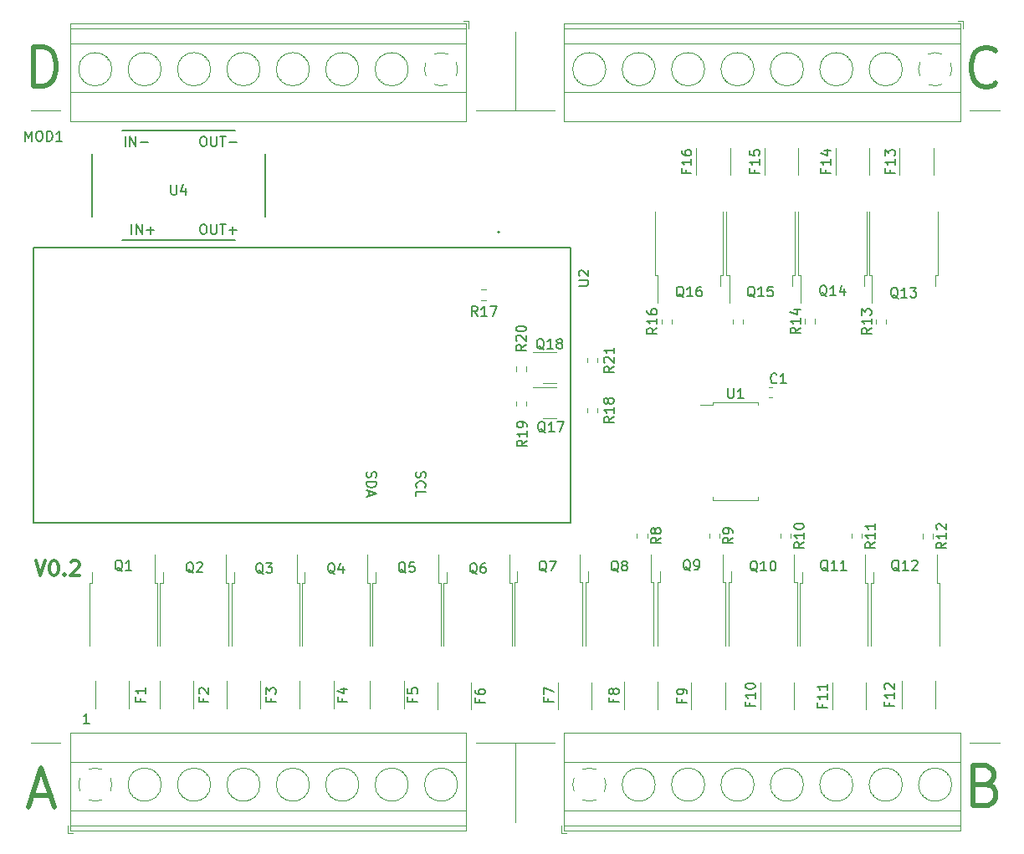
<source format=gbr>
%TF.GenerationSoftware,KiCad,Pcbnew,8.0.0*%
%TF.CreationDate,2024-05-11T13:18:48+02:00*%
%TF.ProjectId,led_stairs_controller,6c65645f-7374-4616-9972-735f636f6e74,V0.2*%
%TF.SameCoordinates,Original*%
%TF.FileFunction,Legend,Top*%
%TF.FilePolarity,Positive*%
%FSLAX46Y46*%
G04 Gerber Fmt 4.6, Leading zero omitted, Abs format (unit mm)*
G04 Created by KiCad (PCBNEW 8.0.0) date 2024-05-11 13:18:48*
%MOMM*%
%LPD*%
G01*
G04 APERTURE LIST*
%ADD10C,0.300000*%
%ADD11C,0.150000*%
%ADD12C,0.500000*%
%ADD13C,0.120000*%
%ADD14C,0.127000*%
%ADD15C,0.200000*%
G04 APERTURE END LIST*
D10*
X102640225Y-110900828D02*
X103140225Y-112400828D01*
X103140225Y-112400828D02*
X103640225Y-110900828D01*
X104425939Y-110900828D02*
X104568796Y-110900828D01*
X104568796Y-110900828D02*
X104711653Y-110972257D01*
X104711653Y-110972257D02*
X104783082Y-111043685D01*
X104783082Y-111043685D02*
X104854510Y-111186542D01*
X104854510Y-111186542D02*
X104925939Y-111472257D01*
X104925939Y-111472257D02*
X104925939Y-111829400D01*
X104925939Y-111829400D02*
X104854510Y-112115114D01*
X104854510Y-112115114D02*
X104783082Y-112257971D01*
X104783082Y-112257971D02*
X104711653Y-112329400D01*
X104711653Y-112329400D02*
X104568796Y-112400828D01*
X104568796Y-112400828D02*
X104425939Y-112400828D01*
X104425939Y-112400828D02*
X104283082Y-112329400D01*
X104283082Y-112329400D02*
X104211653Y-112257971D01*
X104211653Y-112257971D02*
X104140224Y-112115114D01*
X104140224Y-112115114D02*
X104068796Y-111829400D01*
X104068796Y-111829400D02*
X104068796Y-111472257D01*
X104068796Y-111472257D02*
X104140224Y-111186542D01*
X104140224Y-111186542D02*
X104211653Y-111043685D01*
X104211653Y-111043685D02*
X104283082Y-110972257D01*
X104283082Y-110972257D02*
X104425939Y-110900828D01*
X105568795Y-112257971D02*
X105640224Y-112329400D01*
X105640224Y-112329400D02*
X105568795Y-112400828D01*
X105568795Y-112400828D02*
X105497367Y-112329400D01*
X105497367Y-112329400D02*
X105568795Y-112257971D01*
X105568795Y-112257971D02*
X105568795Y-112400828D01*
X106211653Y-111043685D02*
X106283081Y-110972257D01*
X106283081Y-110972257D02*
X106425939Y-110900828D01*
X106425939Y-110900828D02*
X106783081Y-110900828D01*
X106783081Y-110900828D02*
X106925939Y-110972257D01*
X106925939Y-110972257D02*
X106997367Y-111043685D01*
X106997367Y-111043685D02*
X107068796Y-111186542D01*
X107068796Y-111186542D02*
X107068796Y-111329400D01*
X107068796Y-111329400D02*
X106997367Y-111543685D01*
X106997367Y-111543685D02*
X106140224Y-112400828D01*
X106140224Y-112400828D02*
X107068796Y-112400828D01*
D11*
X108060588Y-127369819D02*
X107489160Y-127369819D01*
X107774874Y-127369819D02*
X107774874Y-126369819D01*
X107774874Y-126369819D02*
X107679636Y-126512676D01*
X107679636Y-126512676D02*
X107584398Y-126607914D01*
X107584398Y-126607914D02*
X107489160Y-126655533D01*
X165904819Y-108566666D02*
X165428628Y-108899999D01*
X165904819Y-109138094D02*
X164904819Y-109138094D01*
X164904819Y-109138094D02*
X164904819Y-108757142D01*
X164904819Y-108757142D02*
X164952438Y-108661904D01*
X164952438Y-108661904D02*
X165000057Y-108614285D01*
X165000057Y-108614285D02*
X165095295Y-108566666D01*
X165095295Y-108566666D02*
X165238152Y-108566666D01*
X165238152Y-108566666D02*
X165333390Y-108614285D01*
X165333390Y-108614285D02*
X165381009Y-108661904D01*
X165381009Y-108661904D02*
X165428628Y-108757142D01*
X165428628Y-108757142D02*
X165428628Y-109138094D01*
X165333390Y-107995237D02*
X165285771Y-108090475D01*
X165285771Y-108090475D02*
X165238152Y-108138094D01*
X165238152Y-108138094D02*
X165142914Y-108185713D01*
X165142914Y-108185713D02*
X165095295Y-108185713D01*
X165095295Y-108185713D02*
X165000057Y-108138094D01*
X165000057Y-108138094D02*
X164952438Y-108090475D01*
X164952438Y-108090475D02*
X164904819Y-107995237D01*
X164904819Y-107995237D02*
X164904819Y-107804761D01*
X164904819Y-107804761D02*
X164952438Y-107709523D01*
X164952438Y-107709523D02*
X165000057Y-107661904D01*
X165000057Y-107661904D02*
X165095295Y-107614285D01*
X165095295Y-107614285D02*
X165142914Y-107614285D01*
X165142914Y-107614285D02*
X165238152Y-107661904D01*
X165238152Y-107661904D02*
X165285771Y-107709523D01*
X165285771Y-107709523D02*
X165333390Y-107804761D01*
X165333390Y-107804761D02*
X165333390Y-107995237D01*
X165333390Y-107995237D02*
X165381009Y-108090475D01*
X165381009Y-108090475D02*
X165428628Y-108138094D01*
X165428628Y-108138094D02*
X165523866Y-108185713D01*
X165523866Y-108185713D02*
X165714342Y-108185713D01*
X165714342Y-108185713D02*
X165809580Y-108138094D01*
X165809580Y-108138094D02*
X165857200Y-108090475D01*
X165857200Y-108090475D02*
X165904819Y-107995237D01*
X165904819Y-107995237D02*
X165904819Y-107804761D01*
X165904819Y-107804761D02*
X165857200Y-107709523D01*
X165857200Y-107709523D02*
X165809580Y-107661904D01*
X165809580Y-107661904D02*
X165714342Y-107614285D01*
X165714342Y-107614285D02*
X165523866Y-107614285D01*
X165523866Y-107614285D02*
X165428628Y-107661904D01*
X165428628Y-107661904D02*
X165381009Y-107709523D01*
X165381009Y-107709523D02*
X165333390Y-107804761D01*
X165524819Y-87342857D02*
X165048628Y-87676190D01*
X165524819Y-87914285D02*
X164524819Y-87914285D01*
X164524819Y-87914285D02*
X164524819Y-87533333D01*
X164524819Y-87533333D02*
X164572438Y-87438095D01*
X164572438Y-87438095D02*
X164620057Y-87390476D01*
X164620057Y-87390476D02*
X164715295Y-87342857D01*
X164715295Y-87342857D02*
X164858152Y-87342857D01*
X164858152Y-87342857D02*
X164953390Y-87390476D01*
X164953390Y-87390476D02*
X165001009Y-87438095D01*
X165001009Y-87438095D02*
X165048628Y-87533333D01*
X165048628Y-87533333D02*
X165048628Y-87914285D01*
X165524819Y-86390476D02*
X165524819Y-86961904D01*
X165524819Y-86676190D02*
X164524819Y-86676190D01*
X164524819Y-86676190D02*
X164667676Y-86771428D01*
X164667676Y-86771428D02*
X164762914Y-86866666D01*
X164762914Y-86866666D02*
X164810533Y-86961904D01*
X164524819Y-85533333D02*
X164524819Y-85723809D01*
X164524819Y-85723809D02*
X164572438Y-85819047D01*
X164572438Y-85819047D02*
X164620057Y-85866666D01*
X164620057Y-85866666D02*
X164762914Y-85961904D01*
X164762914Y-85961904D02*
X164953390Y-86009523D01*
X164953390Y-86009523D02*
X165334342Y-86009523D01*
X165334342Y-86009523D02*
X165429580Y-85961904D01*
X165429580Y-85961904D02*
X165477200Y-85914285D01*
X165477200Y-85914285D02*
X165524819Y-85819047D01*
X165524819Y-85819047D02*
X165524819Y-85628571D01*
X165524819Y-85628571D02*
X165477200Y-85533333D01*
X165477200Y-85533333D02*
X165429580Y-85485714D01*
X165429580Y-85485714D02*
X165334342Y-85438095D01*
X165334342Y-85438095D02*
X165096247Y-85438095D01*
X165096247Y-85438095D02*
X165001009Y-85485714D01*
X165001009Y-85485714D02*
X164953390Y-85533333D01*
X164953390Y-85533333D02*
X164905771Y-85628571D01*
X164905771Y-85628571D02*
X164905771Y-85819047D01*
X164905771Y-85819047D02*
X164953390Y-85914285D01*
X164953390Y-85914285D02*
X165001009Y-85961904D01*
X165001009Y-85961904D02*
X165096247Y-86009523D01*
X172700595Y-93454819D02*
X172700595Y-94264342D01*
X172700595Y-94264342D02*
X172748214Y-94359580D01*
X172748214Y-94359580D02*
X172795833Y-94407200D01*
X172795833Y-94407200D02*
X172891071Y-94454819D01*
X172891071Y-94454819D02*
X173081547Y-94454819D01*
X173081547Y-94454819D02*
X173176785Y-94407200D01*
X173176785Y-94407200D02*
X173224404Y-94359580D01*
X173224404Y-94359580D02*
X173272023Y-94264342D01*
X173272023Y-94264342D02*
X173272023Y-93454819D01*
X174272023Y-94454819D02*
X173700595Y-94454819D01*
X173986309Y-94454819D02*
X173986309Y-93454819D01*
X173986309Y-93454819D02*
X173891071Y-93597676D01*
X173891071Y-93597676D02*
X173795833Y-93692914D01*
X173795833Y-93692914D02*
X173700595Y-93740533D01*
X175381009Y-71309523D02*
X175381009Y-71642856D01*
X175904819Y-71642856D02*
X174904819Y-71642856D01*
X174904819Y-71642856D02*
X174904819Y-71166666D01*
X175904819Y-70261904D02*
X175904819Y-70833332D01*
X175904819Y-70547618D02*
X174904819Y-70547618D01*
X174904819Y-70547618D02*
X175047676Y-70642856D01*
X175047676Y-70642856D02*
X175142914Y-70738094D01*
X175142914Y-70738094D02*
X175190533Y-70833332D01*
X174904819Y-69357142D02*
X174904819Y-69833332D01*
X174904819Y-69833332D02*
X175381009Y-69880951D01*
X175381009Y-69880951D02*
X175333390Y-69833332D01*
X175333390Y-69833332D02*
X175285771Y-69738094D01*
X175285771Y-69738094D02*
X175285771Y-69499999D01*
X175285771Y-69499999D02*
X175333390Y-69404761D01*
X175333390Y-69404761D02*
X175381009Y-69357142D01*
X175381009Y-69357142D02*
X175476247Y-69309523D01*
X175476247Y-69309523D02*
X175714342Y-69309523D01*
X175714342Y-69309523D02*
X175809580Y-69357142D01*
X175809580Y-69357142D02*
X175857200Y-69404761D01*
X175857200Y-69404761D02*
X175904819Y-69499999D01*
X175904819Y-69499999D02*
X175904819Y-69738094D01*
X175904819Y-69738094D02*
X175857200Y-69833332D01*
X175857200Y-69833332D02*
X175809580Y-69880951D01*
X119631009Y-124833333D02*
X119631009Y-125166666D01*
X120154819Y-125166666D02*
X119154819Y-125166666D01*
X119154819Y-125166666D02*
X119154819Y-124690476D01*
X119250057Y-124357142D02*
X119202438Y-124309523D01*
X119202438Y-124309523D02*
X119154819Y-124214285D01*
X119154819Y-124214285D02*
X119154819Y-123976190D01*
X119154819Y-123976190D02*
X119202438Y-123880952D01*
X119202438Y-123880952D02*
X119250057Y-123833333D01*
X119250057Y-123833333D02*
X119345295Y-123785714D01*
X119345295Y-123785714D02*
X119440533Y-123785714D01*
X119440533Y-123785714D02*
X119583390Y-123833333D01*
X119583390Y-123833333D02*
X120154819Y-124404761D01*
X120154819Y-124404761D02*
X120154819Y-123785714D01*
X173204819Y-108566666D02*
X172728628Y-108899999D01*
X173204819Y-109138094D02*
X172204819Y-109138094D01*
X172204819Y-109138094D02*
X172204819Y-108757142D01*
X172204819Y-108757142D02*
X172252438Y-108661904D01*
X172252438Y-108661904D02*
X172300057Y-108614285D01*
X172300057Y-108614285D02*
X172395295Y-108566666D01*
X172395295Y-108566666D02*
X172538152Y-108566666D01*
X172538152Y-108566666D02*
X172633390Y-108614285D01*
X172633390Y-108614285D02*
X172681009Y-108661904D01*
X172681009Y-108661904D02*
X172728628Y-108757142D01*
X172728628Y-108757142D02*
X172728628Y-109138094D01*
X173204819Y-108090475D02*
X173204819Y-107899999D01*
X173204819Y-107899999D02*
X173157200Y-107804761D01*
X173157200Y-107804761D02*
X173109580Y-107757142D01*
X173109580Y-107757142D02*
X172966723Y-107661904D01*
X172966723Y-107661904D02*
X172776247Y-107614285D01*
X172776247Y-107614285D02*
X172395295Y-107614285D01*
X172395295Y-107614285D02*
X172300057Y-107661904D01*
X172300057Y-107661904D02*
X172252438Y-107709523D01*
X172252438Y-107709523D02*
X172204819Y-107804761D01*
X172204819Y-107804761D02*
X172204819Y-107995237D01*
X172204819Y-107995237D02*
X172252438Y-108090475D01*
X172252438Y-108090475D02*
X172300057Y-108138094D01*
X172300057Y-108138094D02*
X172395295Y-108185713D01*
X172395295Y-108185713D02*
X172633390Y-108185713D01*
X172633390Y-108185713D02*
X172728628Y-108138094D01*
X172728628Y-108138094D02*
X172776247Y-108090475D01*
X172776247Y-108090475D02*
X172823866Y-107995237D01*
X172823866Y-107995237D02*
X172823866Y-107804761D01*
X172823866Y-107804761D02*
X172776247Y-107709523D01*
X172776247Y-107709523D02*
X172728628Y-107661904D01*
X172728628Y-107661904D02*
X172633390Y-107614285D01*
X111424761Y-111950057D02*
X111329523Y-111902438D01*
X111329523Y-111902438D02*
X111234285Y-111807200D01*
X111234285Y-111807200D02*
X111091428Y-111664342D01*
X111091428Y-111664342D02*
X110996190Y-111616723D01*
X110996190Y-111616723D02*
X110900952Y-111616723D01*
X110948571Y-111854819D02*
X110853333Y-111807200D01*
X110853333Y-111807200D02*
X110758095Y-111711961D01*
X110758095Y-111711961D02*
X110710476Y-111521485D01*
X110710476Y-111521485D02*
X110710476Y-111188152D01*
X110710476Y-111188152D02*
X110758095Y-110997676D01*
X110758095Y-110997676D02*
X110853333Y-110902438D01*
X110853333Y-110902438D02*
X110948571Y-110854819D01*
X110948571Y-110854819D02*
X111139047Y-110854819D01*
X111139047Y-110854819D02*
X111234285Y-110902438D01*
X111234285Y-110902438D02*
X111329523Y-110997676D01*
X111329523Y-110997676D02*
X111377142Y-111188152D01*
X111377142Y-111188152D02*
X111377142Y-111521485D01*
X111377142Y-111521485D02*
X111329523Y-111711961D01*
X111329523Y-111711961D02*
X111234285Y-111807200D01*
X111234285Y-111807200D02*
X111139047Y-111854819D01*
X111139047Y-111854819D02*
X110948571Y-111854819D01*
X112329523Y-111854819D02*
X111758095Y-111854819D01*
X112043809Y-111854819D02*
X112043809Y-110854819D01*
X112043809Y-110854819D02*
X111948571Y-110997676D01*
X111948571Y-110997676D02*
X111853333Y-111092914D01*
X111853333Y-111092914D02*
X111758095Y-111140533D01*
X161629761Y-112025057D02*
X161534523Y-111977438D01*
X161534523Y-111977438D02*
X161439285Y-111882200D01*
X161439285Y-111882200D02*
X161296428Y-111739342D01*
X161296428Y-111739342D02*
X161201190Y-111691723D01*
X161201190Y-111691723D02*
X161105952Y-111691723D01*
X161153571Y-111929819D02*
X161058333Y-111882200D01*
X161058333Y-111882200D02*
X160963095Y-111786961D01*
X160963095Y-111786961D02*
X160915476Y-111596485D01*
X160915476Y-111596485D02*
X160915476Y-111263152D01*
X160915476Y-111263152D02*
X160963095Y-111072676D01*
X160963095Y-111072676D02*
X161058333Y-110977438D01*
X161058333Y-110977438D02*
X161153571Y-110929819D01*
X161153571Y-110929819D02*
X161344047Y-110929819D01*
X161344047Y-110929819D02*
X161439285Y-110977438D01*
X161439285Y-110977438D02*
X161534523Y-111072676D01*
X161534523Y-111072676D02*
X161582142Y-111263152D01*
X161582142Y-111263152D02*
X161582142Y-111596485D01*
X161582142Y-111596485D02*
X161534523Y-111786961D01*
X161534523Y-111786961D02*
X161439285Y-111882200D01*
X161439285Y-111882200D02*
X161344047Y-111929819D01*
X161344047Y-111929819D02*
X161153571Y-111929819D01*
X162153571Y-111358390D02*
X162058333Y-111310771D01*
X162058333Y-111310771D02*
X162010714Y-111263152D01*
X162010714Y-111263152D02*
X161963095Y-111167914D01*
X161963095Y-111167914D02*
X161963095Y-111120295D01*
X161963095Y-111120295D02*
X162010714Y-111025057D01*
X162010714Y-111025057D02*
X162058333Y-110977438D01*
X162058333Y-110977438D02*
X162153571Y-110929819D01*
X162153571Y-110929819D02*
X162344047Y-110929819D01*
X162344047Y-110929819D02*
X162439285Y-110977438D01*
X162439285Y-110977438D02*
X162486904Y-111025057D01*
X162486904Y-111025057D02*
X162534523Y-111120295D01*
X162534523Y-111120295D02*
X162534523Y-111167914D01*
X162534523Y-111167914D02*
X162486904Y-111263152D01*
X162486904Y-111263152D02*
X162439285Y-111310771D01*
X162439285Y-111310771D02*
X162344047Y-111358390D01*
X162344047Y-111358390D02*
X162153571Y-111358390D01*
X162153571Y-111358390D02*
X162058333Y-111406009D01*
X162058333Y-111406009D02*
X162010714Y-111453628D01*
X162010714Y-111453628D02*
X161963095Y-111548866D01*
X161963095Y-111548866D02*
X161963095Y-111739342D01*
X161963095Y-111739342D02*
X162010714Y-111834580D01*
X162010714Y-111834580D02*
X162058333Y-111882200D01*
X162058333Y-111882200D02*
X162153571Y-111929819D01*
X162153571Y-111929819D02*
X162344047Y-111929819D01*
X162344047Y-111929819D02*
X162439285Y-111882200D01*
X162439285Y-111882200D02*
X162486904Y-111834580D01*
X162486904Y-111834580D02*
X162534523Y-111739342D01*
X162534523Y-111739342D02*
X162534523Y-111548866D01*
X162534523Y-111548866D02*
X162486904Y-111453628D01*
X162486904Y-111453628D02*
X162439285Y-111406009D01*
X162439285Y-111406009D02*
X162344047Y-111358390D01*
X147324761Y-112250057D02*
X147229523Y-112202438D01*
X147229523Y-112202438D02*
X147134285Y-112107200D01*
X147134285Y-112107200D02*
X146991428Y-111964342D01*
X146991428Y-111964342D02*
X146896190Y-111916723D01*
X146896190Y-111916723D02*
X146800952Y-111916723D01*
X146848571Y-112154819D02*
X146753333Y-112107200D01*
X146753333Y-112107200D02*
X146658095Y-112011961D01*
X146658095Y-112011961D02*
X146610476Y-111821485D01*
X146610476Y-111821485D02*
X146610476Y-111488152D01*
X146610476Y-111488152D02*
X146658095Y-111297676D01*
X146658095Y-111297676D02*
X146753333Y-111202438D01*
X146753333Y-111202438D02*
X146848571Y-111154819D01*
X146848571Y-111154819D02*
X147039047Y-111154819D01*
X147039047Y-111154819D02*
X147134285Y-111202438D01*
X147134285Y-111202438D02*
X147229523Y-111297676D01*
X147229523Y-111297676D02*
X147277142Y-111488152D01*
X147277142Y-111488152D02*
X147277142Y-111821485D01*
X147277142Y-111821485D02*
X147229523Y-112011961D01*
X147229523Y-112011961D02*
X147134285Y-112107200D01*
X147134285Y-112107200D02*
X147039047Y-112154819D01*
X147039047Y-112154819D02*
X146848571Y-112154819D01*
X148134285Y-111154819D02*
X147943809Y-111154819D01*
X147943809Y-111154819D02*
X147848571Y-111202438D01*
X147848571Y-111202438D02*
X147800952Y-111250057D01*
X147800952Y-111250057D02*
X147705714Y-111392914D01*
X147705714Y-111392914D02*
X147658095Y-111583390D01*
X147658095Y-111583390D02*
X147658095Y-111964342D01*
X147658095Y-111964342D02*
X147705714Y-112059580D01*
X147705714Y-112059580D02*
X147753333Y-112107200D01*
X147753333Y-112107200D02*
X147848571Y-112154819D01*
X147848571Y-112154819D02*
X148039047Y-112154819D01*
X148039047Y-112154819D02*
X148134285Y-112107200D01*
X148134285Y-112107200D02*
X148181904Y-112059580D01*
X148181904Y-112059580D02*
X148229523Y-111964342D01*
X148229523Y-111964342D02*
X148229523Y-111726247D01*
X148229523Y-111726247D02*
X148181904Y-111631009D01*
X148181904Y-111631009D02*
X148134285Y-111583390D01*
X148134285Y-111583390D02*
X148039047Y-111535771D01*
X148039047Y-111535771D02*
X147848571Y-111535771D01*
X147848571Y-111535771D02*
X147753333Y-111583390D01*
X147753333Y-111583390D02*
X147705714Y-111631009D01*
X147705714Y-111631009D02*
X147658095Y-111726247D01*
X140781009Y-124833333D02*
X140781009Y-125166666D01*
X141304819Y-125166666D02*
X140304819Y-125166666D01*
X140304819Y-125166666D02*
X140304819Y-124690476D01*
X140304819Y-123833333D02*
X140304819Y-124309523D01*
X140304819Y-124309523D02*
X140781009Y-124357142D01*
X140781009Y-124357142D02*
X140733390Y-124309523D01*
X140733390Y-124309523D02*
X140685771Y-124214285D01*
X140685771Y-124214285D02*
X140685771Y-123976190D01*
X140685771Y-123976190D02*
X140733390Y-123880952D01*
X140733390Y-123880952D02*
X140781009Y-123833333D01*
X140781009Y-123833333D02*
X140876247Y-123785714D01*
X140876247Y-123785714D02*
X141114342Y-123785714D01*
X141114342Y-123785714D02*
X141209580Y-123833333D01*
X141209580Y-123833333D02*
X141257200Y-123880952D01*
X141257200Y-123880952D02*
X141304819Y-123976190D01*
X141304819Y-123976190D02*
X141304819Y-124214285D01*
X141304819Y-124214285D02*
X141257200Y-124309523D01*
X141257200Y-124309523D02*
X141209580Y-124357142D01*
X175693571Y-112025057D02*
X175598333Y-111977438D01*
X175598333Y-111977438D02*
X175503095Y-111882200D01*
X175503095Y-111882200D02*
X175360238Y-111739342D01*
X175360238Y-111739342D02*
X175265000Y-111691723D01*
X175265000Y-111691723D02*
X175169762Y-111691723D01*
X175217381Y-111929819D02*
X175122143Y-111882200D01*
X175122143Y-111882200D02*
X175026905Y-111786961D01*
X175026905Y-111786961D02*
X174979286Y-111596485D01*
X174979286Y-111596485D02*
X174979286Y-111263152D01*
X174979286Y-111263152D02*
X175026905Y-111072676D01*
X175026905Y-111072676D02*
X175122143Y-110977438D01*
X175122143Y-110977438D02*
X175217381Y-110929819D01*
X175217381Y-110929819D02*
X175407857Y-110929819D01*
X175407857Y-110929819D02*
X175503095Y-110977438D01*
X175503095Y-110977438D02*
X175598333Y-111072676D01*
X175598333Y-111072676D02*
X175645952Y-111263152D01*
X175645952Y-111263152D02*
X175645952Y-111596485D01*
X175645952Y-111596485D02*
X175598333Y-111786961D01*
X175598333Y-111786961D02*
X175503095Y-111882200D01*
X175503095Y-111882200D02*
X175407857Y-111929819D01*
X175407857Y-111929819D02*
X175217381Y-111929819D01*
X176598333Y-111929819D02*
X176026905Y-111929819D01*
X176312619Y-111929819D02*
X176312619Y-110929819D01*
X176312619Y-110929819D02*
X176217381Y-111072676D01*
X176217381Y-111072676D02*
X176122143Y-111167914D01*
X176122143Y-111167914D02*
X176026905Y-111215533D01*
X177217381Y-110929819D02*
X177312619Y-110929819D01*
X177312619Y-110929819D02*
X177407857Y-110977438D01*
X177407857Y-110977438D02*
X177455476Y-111025057D01*
X177455476Y-111025057D02*
X177503095Y-111120295D01*
X177503095Y-111120295D02*
X177550714Y-111310771D01*
X177550714Y-111310771D02*
X177550714Y-111548866D01*
X177550714Y-111548866D02*
X177503095Y-111739342D01*
X177503095Y-111739342D02*
X177455476Y-111834580D01*
X177455476Y-111834580D02*
X177407857Y-111882200D01*
X177407857Y-111882200D02*
X177312619Y-111929819D01*
X177312619Y-111929819D02*
X177217381Y-111929819D01*
X177217381Y-111929819D02*
X177122143Y-111882200D01*
X177122143Y-111882200D02*
X177074524Y-111834580D01*
X177074524Y-111834580D02*
X177026905Y-111739342D01*
X177026905Y-111739342D02*
X176979286Y-111548866D01*
X176979286Y-111548866D02*
X176979286Y-111310771D01*
X176979286Y-111310771D02*
X177026905Y-111120295D01*
X177026905Y-111120295D02*
X177074524Y-111025057D01*
X177074524Y-111025057D02*
X177122143Y-110977438D01*
X177122143Y-110977438D02*
X177217381Y-110929819D01*
X189031009Y-125309523D02*
X189031009Y-125642856D01*
X189554819Y-125642856D02*
X188554819Y-125642856D01*
X188554819Y-125642856D02*
X188554819Y-125166666D01*
X189554819Y-124261904D02*
X189554819Y-124833332D01*
X189554819Y-124547618D02*
X188554819Y-124547618D01*
X188554819Y-124547618D02*
X188697676Y-124642856D01*
X188697676Y-124642856D02*
X188792914Y-124738094D01*
X188792914Y-124738094D02*
X188840533Y-124833332D01*
X188650057Y-123880951D02*
X188602438Y-123833332D01*
X188602438Y-123833332D02*
X188554819Y-123738094D01*
X188554819Y-123738094D02*
X188554819Y-123499999D01*
X188554819Y-123499999D02*
X188602438Y-123404761D01*
X188602438Y-123404761D02*
X188650057Y-123357142D01*
X188650057Y-123357142D02*
X188745295Y-123309523D01*
X188745295Y-123309523D02*
X188840533Y-123309523D01*
X188840533Y-123309523D02*
X188983390Y-123357142D01*
X188983390Y-123357142D02*
X189554819Y-123928570D01*
X189554819Y-123928570D02*
X189554819Y-123309523D01*
X152354819Y-98742857D02*
X151878628Y-99076190D01*
X152354819Y-99314285D02*
X151354819Y-99314285D01*
X151354819Y-99314285D02*
X151354819Y-98933333D01*
X151354819Y-98933333D02*
X151402438Y-98838095D01*
X151402438Y-98838095D02*
X151450057Y-98790476D01*
X151450057Y-98790476D02*
X151545295Y-98742857D01*
X151545295Y-98742857D02*
X151688152Y-98742857D01*
X151688152Y-98742857D02*
X151783390Y-98790476D01*
X151783390Y-98790476D02*
X151831009Y-98838095D01*
X151831009Y-98838095D02*
X151878628Y-98933333D01*
X151878628Y-98933333D02*
X151878628Y-99314285D01*
X152354819Y-97790476D02*
X152354819Y-98361904D01*
X152354819Y-98076190D02*
X151354819Y-98076190D01*
X151354819Y-98076190D02*
X151497676Y-98171428D01*
X151497676Y-98171428D02*
X151592914Y-98266666D01*
X151592914Y-98266666D02*
X151640533Y-98361904D01*
X152354819Y-97314285D02*
X152354819Y-97123809D01*
X152354819Y-97123809D02*
X152307200Y-97028571D01*
X152307200Y-97028571D02*
X152259580Y-96980952D01*
X152259580Y-96980952D02*
X152116723Y-96885714D01*
X152116723Y-96885714D02*
X151926247Y-96838095D01*
X151926247Y-96838095D02*
X151545295Y-96838095D01*
X151545295Y-96838095D02*
X151450057Y-96885714D01*
X151450057Y-96885714D02*
X151402438Y-96933333D01*
X151402438Y-96933333D02*
X151354819Y-97028571D01*
X151354819Y-97028571D02*
X151354819Y-97219047D01*
X151354819Y-97219047D02*
X151402438Y-97314285D01*
X151402438Y-97314285D02*
X151450057Y-97361904D01*
X151450057Y-97361904D02*
X151545295Y-97409523D01*
X151545295Y-97409523D02*
X151783390Y-97409523D01*
X151783390Y-97409523D02*
X151878628Y-97361904D01*
X151878628Y-97361904D02*
X151926247Y-97314285D01*
X151926247Y-97314285D02*
X151973866Y-97219047D01*
X151973866Y-97219047D02*
X151973866Y-97028571D01*
X151973866Y-97028571D02*
X151926247Y-96933333D01*
X151926247Y-96933333D02*
X151878628Y-96885714D01*
X151878628Y-96885714D02*
X151783390Y-96838095D01*
X147357142Y-86154819D02*
X147023809Y-85678628D01*
X146785714Y-86154819D02*
X146785714Y-85154819D01*
X146785714Y-85154819D02*
X147166666Y-85154819D01*
X147166666Y-85154819D02*
X147261904Y-85202438D01*
X147261904Y-85202438D02*
X147309523Y-85250057D01*
X147309523Y-85250057D02*
X147357142Y-85345295D01*
X147357142Y-85345295D02*
X147357142Y-85488152D01*
X147357142Y-85488152D02*
X147309523Y-85583390D01*
X147309523Y-85583390D02*
X147261904Y-85631009D01*
X147261904Y-85631009D02*
X147166666Y-85678628D01*
X147166666Y-85678628D02*
X146785714Y-85678628D01*
X148309523Y-86154819D02*
X147738095Y-86154819D01*
X148023809Y-86154819D02*
X148023809Y-85154819D01*
X148023809Y-85154819D02*
X147928571Y-85297676D01*
X147928571Y-85297676D02*
X147833333Y-85392914D01*
X147833333Y-85392914D02*
X147738095Y-85440533D01*
X148642857Y-85154819D02*
X149309523Y-85154819D01*
X149309523Y-85154819D02*
X148880952Y-86154819D01*
X125684761Y-112250057D02*
X125589523Y-112202438D01*
X125589523Y-112202438D02*
X125494285Y-112107200D01*
X125494285Y-112107200D02*
X125351428Y-111964342D01*
X125351428Y-111964342D02*
X125256190Y-111916723D01*
X125256190Y-111916723D02*
X125160952Y-111916723D01*
X125208571Y-112154819D02*
X125113333Y-112107200D01*
X125113333Y-112107200D02*
X125018095Y-112011961D01*
X125018095Y-112011961D02*
X124970476Y-111821485D01*
X124970476Y-111821485D02*
X124970476Y-111488152D01*
X124970476Y-111488152D02*
X125018095Y-111297676D01*
X125018095Y-111297676D02*
X125113333Y-111202438D01*
X125113333Y-111202438D02*
X125208571Y-111154819D01*
X125208571Y-111154819D02*
X125399047Y-111154819D01*
X125399047Y-111154819D02*
X125494285Y-111202438D01*
X125494285Y-111202438D02*
X125589523Y-111297676D01*
X125589523Y-111297676D02*
X125637142Y-111488152D01*
X125637142Y-111488152D02*
X125637142Y-111821485D01*
X125637142Y-111821485D02*
X125589523Y-112011961D01*
X125589523Y-112011961D02*
X125494285Y-112107200D01*
X125494285Y-112107200D02*
X125399047Y-112154819D01*
X125399047Y-112154819D02*
X125208571Y-112154819D01*
X125970476Y-111154819D02*
X126589523Y-111154819D01*
X126589523Y-111154819D02*
X126256190Y-111535771D01*
X126256190Y-111535771D02*
X126399047Y-111535771D01*
X126399047Y-111535771D02*
X126494285Y-111583390D01*
X126494285Y-111583390D02*
X126541904Y-111631009D01*
X126541904Y-111631009D02*
X126589523Y-111726247D01*
X126589523Y-111726247D02*
X126589523Y-111964342D01*
X126589523Y-111964342D02*
X126541904Y-112059580D01*
X126541904Y-112059580D02*
X126494285Y-112107200D01*
X126494285Y-112107200D02*
X126399047Y-112154819D01*
X126399047Y-112154819D02*
X126113333Y-112154819D01*
X126113333Y-112154819D02*
X126018095Y-112107200D01*
X126018095Y-112107200D02*
X125970476Y-112059580D01*
X168481009Y-71309523D02*
X168481009Y-71642856D01*
X169004819Y-71642856D02*
X168004819Y-71642856D01*
X168004819Y-71642856D02*
X168004819Y-71166666D01*
X169004819Y-70261904D02*
X169004819Y-70833332D01*
X169004819Y-70547618D02*
X168004819Y-70547618D01*
X168004819Y-70547618D02*
X168147676Y-70642856D01*
X168147676Y-70642856D02*
X168242914Y-70738094D01*
X168242914Y-70738094D02*
X168290533Y-70833332D01*
X168004819Y-69404761D02*
X168004819Y-69595237D01*
X168004819Y-69595237D02*
X168052438Y-69690475D01*
X168052438Y-69690475D02*
X168100057Y-69738094D01*
X168100057Y-69738094D02*
X168242914Y-69833332D01*
X168242914Y-69833332D02*
X168433390Y-69880951D01*
X168433390Y-69880951D02*
X168814342Y-69880951D01*
X168814342Y-69880951D02*
X168909580Y-69833332D01*
X168909580Y-69833332D02*
X168957200Y-69785713D01*
X168957200Y-69785713D02*
X169004819Y-69690475D01*
X169004819Y-69690475D02*
X169004819Y-69499999D01*
X169004819Y-69499999D02*
X168957200Y-69404761D01*
X168957200Y-69404761D02*
X168909580Y-69357142D01*
X168909580Y-69357142D02*
X168814342Y-69309523D01*
X168814342Y-69309523D02*
X168576247Y-69309523D01*
X168576247Y-69309523D02*
X168481009Y-69357142D01*
X168481009Y-69357142D02*
X168433390Y-69404761D01*
X168433390Y-69404761D02*
X168385771Y-69499999D01*
X168385771Y-69499999D02*
X168385771Y-69690475D01*
X168385771Y-69690475D02*
X168433390Y-69785713D01*
X168433390Y-69785713D02*
X168481009Y-69833332D01*
X168481009Y-69833332D02*
X168576247Y-69880951D01*
X161131009Y-124895833D02*
X161131009Y-125229166D01*
X161654819Y-125229166D02*
X160654819Y-125229166D01*
X160654819Y-125229166D02*
X160654819Y-124752976D01*
X161083390Y-124229166D02*
X161035771Y-124324404D01*
X161035771Y-124324404D02*
X160988152Y-124372023D01*
X160988152Y-124372023D02*
X160892914Y-124419642D01*
X160892914Y-124419642D02*
X160845295Y-124419642D01*
X160845295Y-124419642D02*
X160750057Y-124372023D01*
X160750057Y-124372023D02*
X160702438Y-124324404D01*
X160702438Y-124324404D02*
X160654819Y-124229166D01*
X160654819Y-124229166D02*
X160654819Y-124038690D01*
X160654819Y-124038690D02*
X160702438Y-123943452D01*
X160702438Y-123943452D02*
X160750057Y-123895833D01*
X160750057Y-123895833D02*
X160845295Y-123848214D01*
X160845295Y-123848214D02*
X160892914Y-123848214D01*
X160892914Y-123848214D02*
X160988152Y-123895833D01*
X160988152Y-123895833D02*
X161035771Y-123943452D01*
X161035771Y-123943452D02*
X161083390Y-124038690D01*
X161083390Y-124038690D02*
X161083390Y-124229166D01*
X161083390Y-124229166D02*
X161131009Y-124324404D01*
X161131009Y-124324404D02*
X161178628Y-124372023D01*
X161178628Y-124372023D02*
X161273866Y-124419642D01*
X161273866Y-124419642D02*
X161464342Y-124419642D01*
X161464342Y-124419642D02*
X161559580Y-124372023D01*
X161559580Y-124372023D02*
X161607200Y-124324404D01*
X161607200Y-124324404D02*
X161654819Y-124229166D01*
X161654819Y-124229166D02*
X161654819Y-124038690D01*
X161654819Y-124038690D02*
X161607200Y-123943452D01*
X161607200Y-123943452D02*
X161559580Y-123895833D01*
X161559580Y-123895833D02*
X161464342Y-123848214D01*
X161464342Y-123848214D02*
X161273866Y-123848214D01*
X161273866Y-123848214D02*
X161178628Y-123895833D01*
X161178628Y-123895833D02*
X161131009Y-123943452D01*
X161131009Y-123943452D02*
X161083390Y-124038690D01*
X168228571Y-84250057D02*
X168133333Y-84202438D01*
X168133333Y-84202438D02*
X168038095Y-84107200D01*
X168038095Y-84107200D02*
X167895238Y-83964342D01*
X167895238Y-83964342D02*
X167800000Y-83916723D01*
X167800000Y-83916723D02*
X167704762Y-83916723D01*
X167752381Y-84154819D02*
X167657143Y-84107200D01*
X167657143Y-84107200D02*
X167561905Y-84011961D01*
X167561905Y-84011961D02*
X167514286Y-83821485D01*
X167514286Y-83821485D02*
X167514286Y-83488152D01*
X167514286Y-83488152D02*
X167561905Y-83297676D01*
X167561905Y-83297676D02*
X167657143Y-83202438D01*
X167657143Y-83202438D02*
X167752381Y-83154819D01*
X167752381Y-83154819D02*
X167942857Y-83154819D01*
X167942857Y-83154819D02*
X168038095Y-83202438D01*
X168038095Y-83202438D02*
X168133333Y-83297676D01*
X168133333Y-83297676D02*
X168180952Y-83488152D01*
X168180952Y-83488152D02*
X168180952Y-83821485D01*
X168180952Y-83821485D02*
X168133333Y-84011961D01*
X168133333Y-84011961D02*
X168038095Y-84107200D01*
X168038095Y-84107200D02*
X167942857Y-84154819D01*
X167942857Y-84154819D02*
X167752381Y-84154819D01*
X169133333Y-84154819D02*
X168561905Y-84154819D01*
X168847619Y-84154819D02*
X168847619Y-83154819D01*
X168847619Y-83154819D02*
X168752381Y-83297676D01*
X168752381Y-83297676D02*
X168657143Y-83392914D01*
X168657143Y-83392914D02*
X168561905Y-83440533D01*
X169990476Y-83154819D02*
X169800000Y-83154819D01*
X169800000Y-83154819D02*
X169704762Y-83202438D01*
X169704762Y-83202438D02*
X169657143Y-83250057D01*
X169657143Y-83250057D02*
X169561905Y-83392914D01*
X169561905Y-83392914D02*
X169514286Y-83583390D01*
X169514286Y-83583390D02*
X169514286Y-83964342D01*
X169514286Y-83964342D02*
X169561905Y-84059580D01*
X169561905Y-84059580D02*
X169609524Y-84107200D01*
X169609524Y-84107200D02*
X169704762Y-84154819D01*
X169704762Y-84154819D02*
X169895238Y-84154819D01*
X169895238Y-84154819D02*
X169990476Y-84107200D01*
X169990476Y-84107200D02*
X170038095Y-84059580D01*
X170038095Y-84059580D02*
X170085714Y-83964342D01*
X170085714Y-83964342D02*
X170085714Y-83726247D01*
X170085714Y-83726247D02*
X170038095Y-83631009D01*
X170038095Y-83631009D02*
X169990476Y-83583390D01*
X169990476Y-83583390D02*
X169895238Y-83535771D01*
X169895238Y-83535771D02*
X169704762Y-83535771D01*
X169704762Y-83535771D02*
X169609524Y-83583390D01*
X169609524Y-83583390D02*
X169561905Y-83631009D01*
X169561905Y-83631009D02*
X169514286Y-83726247D01*
X154091071Y-89550057D02*
X153995833Y-89502438D01*
X153995833Y-89502438D02*
X153900595Y-89407200D01*
X153900595Y-89407200D02*
X153757738Y-89264342D01*
X153757738Y-89264342D02*
X153662500Y-89216723D01*
X153662500Y-89216723D02*
X153567262Y-89216723D01*
X153614881Y-89454819D02*
X153519643Y-89407200D01*
X153519643Y-89407200D02*
X153424405Y-89311961D01*
X153424405Y-89311961D02*
X153376786Y-89121485D01*
X153376786Y-89121485D02*
X153376786Y-88788152D01*
X153376786Y-88788152D02*
X153424405Y-88597676D01*
X153424405Y-88597676D02*
X153519643Y-88502438D01*
X153519643Y-88502438D02*
X153614881Y-88454819D01*
X153614881Y-88454819D02*
X153805357Y-88454819D01*
X153805357Y-88454819D02*
X153900595Y-88502438D01*
X153900595Y-88502438D02*
X153995833Y-88597676D01*
X153995833Y-88597676D02*
X154043452Y-88788152D01*
X154043452Y-88788152D02*
X154043452Y-89121485D01*
X154043452Y-89121485D02*
X153995833Y-89311961D01*
X153995833Y-89311961D02*
X153900595Y-89407200D01*
X153900595Y-89407200D02*
X153805357Y-89454819D01*
X153805357Y-89454819D02*
X153614881Y-89454819D01*
X154995833Y-89454819D02*
X154424405Y-89454819D01*
X154710119Y-89454819D02*
X154710119Y-88454819D01*
X154710119Y-88454819D02*
X154614881Y-88597676D01*
X154614881Y-88597676D02*
X154519643Y-88692914D01*
X154519643Y-88692914D02*
X154424405Y-88740533D01*
X155567262Y-88883390D02*
X155472024Y-88835771D01*
X155472024Y-88835771D02*
X155424405Y-88788152D01*
X155424405Y-88788152D02*
X155376786Y-88692914D01*
X155376786Y-88692914D02*
X155376786Y-88645295D01*
X155376786Y-88645295D02*
X155424405Y-88550057D01*
X155424405Y-88550057D02*
X155472024Y-88502438D01*
X155472024Y-88502438D02*
X155567262Y-88454819D01*
X155567262Y-88454819D02*
X155757738Y-88454819D01*
X155757738Y-88454819D02*
X155852976Y-88502438D01*
X155852976Y-88502438D02*
X155900595Y-88550057D01*
X155900595Y-88550057D02*
X155948214Y-88645295D01*
X155948214Y-88645295D02*
X155948214Y-88692914D01*
X155948214Y-88692914D02*
X155900595Y-88788152D01*
X155900595Y-88788152D02*
X155852976Y-88835771D01*
X155852976Y-88835771D02*
X155757738Y-88883390D01*
X155757738Y-88883390D02*
X155567262Y-88883390D01*
X155567262Y-88883390D02*
X155472024Y-88931009D01*
X155472024Y-88931009D02*
X155424405Y-88978628D01*
X155424405Y-88978628D02*
X155376786Y-89073866D01*
X155376786Y-89073866D02*
X155376786Y-89264342D01*
X155376786Y-89264342D02*
X155424405Y-89359580D01*
X155424405Y-89359580D02*
X155472024Y-89407200D01*
X155472024Y-89407200D02*
X155567262Y-89454819D01*
X155567262Y-89454819D02*
X155757738Y-89454819D01*
X155757738Y-89454819D02*
X155852976Y-89407200D01*
X155852976Y-89407200D02*
X155900595Y-89359580D01*
X155900595Y-89359580D02*
X155948214Y-89264342D01*
X155948214Y-89264342D02*
X155948214Y-89073866D01*
X155948214Y-89073866D02*
X155900595Y-88978628D01*
X155900595Y-88978628D02*
X155852976Y-88931009D01*
X155852976Y-88931009D02*
X155757738Y-88883390D01*
X168031009Y-124933333D02*
X168031009Y-125266666D01*
X168554819Y-125266666D02*
X167554819Y-125266666D01*
X167554819Y-125266666D02*
X167554819Y-124790476D01*
X168554819Y-124361904D02*
X168554819Y-124171428D01*
X168554819Y-124171428D02*
X168507200Y-124076190D01*
X168507200Y-124076190D02*
X168459580Y-124028571D01*
X168459580Y-124028571D02*
X168316723Y-123933333D01*
X168316723Y-123933333D02*
X168126247Y-123885714D01*
X168126247Y-123885714D02*
X167745295Y-123885714D01*
X167745295Y-123885714D02*
X167650057Y-123933333D01*
X167650057Y-123933333D02*
X167602438Y-123980952D01*
X167602438Y-123980952D02*
X167554819Y-124076190D01*
X167554819Y-124076190D02*
X167554819Y-124266666D01*
X167554819Y-124266666D02*
X167602438Y-124361904D01*
X167602438Y-124361904D02*
X167650057Y-124409523D01*
X167650057Y-124409523D02*
X167745295Y-124457142D01*
X167745295Y-124457142D02*
X167983390Y-124457142D01*
X167983390Y-124457142D02*
X168078628Y-124409523D01*
X168078628Y-124409523D02*
X168126247Y-124361904D01*
X168126247Y-124361904D02*
X168173866Y-124266666D01*
X168173866Y-124266666D02*
X168173866Y-124076190D01*
X168173866Y-124076190D02*
X168126247Y-123980952D01*
X168126247Y-123980952D02*
X168078628Y-123933333D01*
X168078628Y-123933333D02*
X167983390Y-123885714D01*
X194804819Y-109067857D02*
X194328628Y-109401190D01*
X194804819Y-109639285D02*
X193804819Y-109639285D01*
X193804819Y-109639285D02*
X193804819Y-109258333D01*
X193804819Y-109258333D02*
X193852438Y-109163095D01*
X193852438Y-109163095D02*
X193900057Y-109115476D01*
X193900057Y-109115476D02*
X193995295Y-109067857D01*
X193995295Y-109067857D02*
X194138152Y-109067857D01*
X194138152Y-109067857D02*
X194233390Y-109115476D01*
X194233390Y-109115476D02*
X194281009Y-109163095D01*
X194281009Y-109163095D02*
X194328628Y-109258333D01*
X194328628Y-109258333D02*
X194328628Y-109639285D01*
X194804819Y-108115476D02*
X194804819Y-108686904D01*
X194804819Y-108401190D02*
X193804819Y-108401190D01*
X193804819Y-108401190D02*
X193947676Y-108496428D01*
X193947676Y-108496428D02*
X194042914Y-108591666D01*
X194042914Y-108591666D02*
X194090533Y-108686904D01*
X193900057Y-107734523D02*
X193852438Y-107686904D01*
X193852438Y-107686904D02*
X193804819Y-107591666D01*
X193804819Y-107591666D02*
X193804819Y-107353571D01*
X193804819Y-107353571D02*
X193852438Y-107258333D01*
X193852438Y-107258333D02*
X193900057Y-107210714D01*
X193900057Y-107210714D02*
X193995295Y-107163095D01*
X193995295Y-107163095D02*
X194090533Y-107163095D01*
X194090533Y-107163095D02*
X194233390Y-107210714D01*
X194233390Y-107210714D02*
X194804819Y-107782142D01*
X194804819Y-107782142D02*
X194804819Y-107163095D01*
X180404819Y-109042857D02*
X179928628Y-109376190D01*
X180404819Y-109614285D02*
X179404819Y-109614285D01*
X179404819Y-109614285D02*
X179404819Y-109233333D01*
X179404819Y-109233333D02*
X179452438Y-109138095D01*
X179452438Y-109138095D02*
X179500057Y-109090476D01*
X179500057Y-109090476D02*
X179595295Y-109042857D01*
X179595295Y-109042857D02*
X179738152Y-109042857D01*
X179738152Y-109042857D02*
X179833390Y-109090476D01*
X179833390Y-109090476D02*
X179881009Y-109138095D01*
X179881009Y-109138095D02*
X179928628Y-109233333D01*
X179928628Y-109233333D02*
X179928628Y-109614285D01*
X180404819Y-108090476D02*
X180404819Y-108661904D01*
X180404819Y-108376190D02*
X179404819Y-108376190D01*
X179404819Y-108376190D02*
X179547676Y-108471428D01*
X179547676Y-108471428D02*
X179642914Y-108566666D01*
X179642914Y-108566666D02*
X179690533Y-108661904D01*
X179404819Y-107471428D02*
X179404819Y-107376190D01*
X179404819Y-107376190D02*
X179452438Y-107280952D01*
X179452438Y-107280952D02*
X179500057Y-107233333D01*
X179500057Y-107233333D02*
X179595295Y-107185714D01*
X179595295Y-107185714D02*
X179785771Y-107138095D01*
X179785771Y-107138095D02*
X180023866Y-107138095D01*
X180023866Y-107138095D02*
X180214342Y-107185714D01*
X180214342Y-107185714D02*
X180309580Y-107233333D01*
X180309580Y-107233333D02*
X180357200Y-107280952D01*
X180357200Y-107280952D02*
X180404819Y-107376190D01*
X180404819Y-107376190D02*
X180404819Y-107471428D01*
X180404819Y-107471428D02*
X180357200Y-107566666D01*
X180357200Y-107566666D02*
X180309580Y-107614285D01*
X180309580Y-107614285D02*
X180214342Y-107661904D01*
X180214342Y-107661904D02*
X180023866Y-107709523D01*
X180023866Y-107709523D02*
X179785771Y-107709523D01*
X179785771Y-107709523D02*
X179595295Y-107661904D01*
X179595295Y-107661904D02*
X179500057Y-107614285D01*
X179500057Y-107614285D02*
X179452438Y-107566666D01*
X179452438Y-107566666D02*
X179404819Y-107471428D01*
X189081009Y-71309523D02*
X189081009Y-71642856D01*
X189604819Y-71642856D02*
X188604819Y-71642856D01*
X188604819Y-71642856D02*
X188604819Y-71166666D01*
X189604819Y-70261904D02*
X189604819Y-70833332D01*
X189604819Y-70547618D02*
X188604819Y-70547618D01*
X188604819Y-70547618D02*
X188747676Y-70642856D01*
X188747676Y-70642856D02*
X188842914Y-70738094D01*
X188842914Y-70738094D02*
X188890533Y-70833332D01*
X188604819Y-69928570D02*
X188604819Y-69309523D01*
X188604819Y-69309523D02*
X188985771Y-69642856D01*
X188985771Y-69642856D02*
X188985771Y-69499999D01*
X188985771Y-69499999D02*
X189033390Y-69404761D01*
X189033390Y-69404761D02*
X189081009Y-69357142D01*
X189081009Y-69357142D02*
X189176247Y-69309523D01*
X189176247Y-69309523D02*
X189414342Y-69309523D01*
X189414342Y-69309523D02*
X189509580Y-69357142D01*
X189509580Y-69357142D02*
X189557200Y-69404761D01*
X189557200Y-69404761D02*
X189604819Y-69499999D01*
X189604819Y-69499999D02*
X189604819Y-69785713D01*
X189604819Y-69785713D02*
X189557200Y-69880951D01*
X189557200Y-69880951D02*
X189509580Y-69928570D01*
X182581009Y-71309523D02*
X182581009Y-71642856D01*
X183104819Y-71642856D02*
X182104819Y-71642856D01*
X182104819Y-71642856D02*
X182104819Y-71166666D01*
X183104819Y-70261904D02*
X183104819Y-70833332D01*
X183104819Y-70547618D02*
X182104819Y-70547618D01*
X182104819Y-70547618D02*
X182247676Y-70642856D01*
X182247676Y-70642856D02*
X182342914Y-70738094D01*
X182342914Y-70738094D02*
X182390533Y-70833332D01*
X182438152Y-69404761D02*
X183104819Y-69404761D01*
X182057200Y-69642856D02*
X182771485Y-69880951D01*
X182771485Y-69880951D02*
X182771485Y-69261904D01*
X161154819Y-96342857D02*
X160678628Y-96676190D01*
X161154819Y-96914285D02*
X160154819Y-96914285D01*
X160154819Y-96914285D02*
X160154819Y-96533333D01*
X160154819Y-96533333D02*
X160202438Y-96438095D01*
X160202438Y-96438095D02*
X160250057Y-96390476D01*
X160250057Y-96390476D02*
X160345295Y-96342857D01*
X160345295Y-96342857D02*
X160488152Y-96342857D01*
X160488152Y-96342857D02*
X160583390Y-96390476D01*
X160583390Y-96390476D02*
X160631009Y-96438095D01*
X160631009Y-96438095D02*
X160678628Y-96533333D01*
X160678628Y-96533333D02*
X160678628Y-96914285D01*
X161154819Y-95390476D02*
X161154819Y-95961904D01*
X161154819Y-95676190D02*
X160154819Y-95676190D01*
X160154819Y-95676190D02*
X160297676Y-95771428D01*
X160297676Y-95771428D02*
X160392914Y-95866666D01*
X160392914Y-95866666D02*
X160440533Y-95961904D01*
X160583390Y-94819047D02*
X160535771Y-94914285D01*
X160535771Y-94914285D02*
X160488152Y-94961904D01*
X160488152Y-94961904D02*
X160392914Y-95009523D01*
X160392914Y-95009523D02*
X160345295Y-95009523D01*
X160345295Y-95009523D02*
X160250057Y-94961904D01*
X160250057Y-94961904D02*
X160202438Y-94914285D01*
X160202438Y-94914285D02*
X160154819Y-94819047D01*
X160154819Y-94819047D02*
X160154819Y-94628571D01*
X160154819Y-94628571D02*
X160202438Y-94533333D01*
X160202438Y-94533333D02*
X160250057Y-94485714D01*
X160250057Y-94485714D02*
X160345295Y-94438095D01*
X160345295Y-94438095D02*
X160392914Y-94438095D01*
X160392914Y-94438095D02*
X160488152Y-94485714D01*
X160488152Y-94485714D02*
X160535771Y-94533333D01*
X160535771Y-94533333D02*
X160583390Y-94628571D01*
X160583390Y-94628571D02*
X160583390Y-94819047D01*
X160583390Y-94819047D02*
X160631009Y-94914285D01*
X160631009Y-94914285D02*
X160678628Y-94961904D01*
X160678628Y-94961904D02*
X160773866Y-95009523D01*
X160773866Y-95009523D02*
X160964342Y-95009523D01*
X160964342Y-95009523D02*
X161059580Y-94961904D01*
X161059580Y-94961904D02*
X161107200Y-94914285D01*
X161107200Y-94914285D02*
X161154819Y-94819047D01*
X161154819Y-94819047D02*
X161154819Y-94628571D01*
X161154819Y-94628571D02*
X161107200Y-94533333D01*
X161107200Y-94533333D02*
X161059580Y-94485714D01*
X161059580Y-94485714D02*
X160964342Y-94438095D01*
X160964342Y-94438095D02*
X160773866Y-94438095D01*
X160773866Y-94438095D02*
X160678628Y-94485714D01*
X160678628Y-94485714D02*
X160631009Y-94533333D01*
X160631009Y-94533333D02*
X160583390Y-94628571D01*
X175428571Y-84250057D02*
X175333333Y-84202438D01*
X175333333Y-84202438D02*
X175238095Y-84107200D01*
X175238095Y-84107200D02*
X175095238Y-83964342D01*
X175095238Y-83964342D02*
X175000000Y-83916723D01*
X175000000Y-83916723D02*
X174904762Y-83916723D01*
X174952381Y-84154819D02*
X174857143Y-84107200D01*
X174857143Y-84107200D02*
X174761905Y-84011961D01*
X174761905Y-84011961D02*
X174714286Y-83821485D01*
X174714286Y-83821485D02*
X174714286Y-83488152D01*
X174714286Y-83488152D02*
X174761905Y-83297676D01*
X174761905Y-83297676D02*
X174857143Y-83202438D01*
X174857143Y-83202438D02*
X174952381Y-83154819D01*
X174952381Y-83154819D02*
X175142857Y-83154819D01*
X175142857Y-83154819D02*
X175238095Y-83202438D01*
X175238095Y-83202438D02*
X175333333Y-83297676D01*
X175333333Y-83297676D02*
X175380952Y-83488152D01*
X175380952Y-83488152D02*
X175380952Y-83821485D01*
X175380952Y-83821485D02*
X175333333Y-84011961D01*
X175333333Y-84011961D02*
X175238095Y-84107200D01*
X175238095Y-84107200D02*
X175142857Y-84154819D01*
X175142857Y-84154819D02*
X174952381Y-84154819D01*
X176333333Y-84154819D02*
X175761905Y-84154819D01*
X176047619Y-84154819D02*
X176047619Y-83154819D01*
X176047619Y-83154819D02*
X175952381Y-83297676D01*
X175952381Y-83297676D02*
X175857143Y-83392914D01*
X175857143Y-83392914D02*
X175761905Y-83440533D01*
X177238095Y-83154819D02*
X176761905Y-83154819D01*
X176761905Y-83154819D02*
X176714286Y-83631009D01*
X176714286Y-83631009D02*
X176761905Y-83583390D01*
X176761905Y-83583390D02*
X176857143Y-83535771D01*
X176857143Y-83535771D02*
X177095238Y-83535771D01*
X177095238Y-83535771D02*
X177190476Y-83583390D01*
X177190476Y-83583390D02*
X177238095Y-83631009D01*
X177238095Y-83631009D02*
X177285714Y-83726247D01*
X177285714Y-83726247D02*
X177285714Y-83964342D01*
X177285714Y-83964342D02*
X177238095Y-84059580D01*
X177238095Y-84059580D02*
X177190476Y-84107200D01*
X177190476Y-84107200D02*
X177095238Y-84154819D01*
X177095238Y-84154819D02*
X176857143Y-84154819D01*
X176857143Y-84154819D02*
X176761905Y-84107200D01*
X176761905Y-84107200D02*
X176714286Y-84059580D01*
X177633333Y-92859580D02*
X177585714Y-92907200D01*
X177585714Y-92907200D02*
X177442857Y-92954819D01*
X177442857Y-92954819D02*
X177347619Y-92954819D01*
X177347619Y-92954819D02*
X177204762Y-92907200D01*
X177204762Y-92907200D02*
X177109524Y-92811961D01*
X177109524Y-92811961D02*
X177061905Y-92716723D01*
X177061905Y-92716723D02*
X177014286Y-92526247D01*
X177014286Y-92526247D02*
X177014286Y-92383390D01*
X177014286Y-92383390D02*
X177061905Y-92192914D01*
X177061905Y-92192914D02*
X177109524Y-92097676D01*
X177109524Y-92097676D02*
X177204762Y-92002438D01*
X177204762Y-92002438D02*
X177347619Y-91954819D01*
X177347619Y-91954819D02*
X177442857Y-91954819D01*
X177442857Y-91954819D02*
X177585714Y-92002438D01*
X177585714Y-92002438D02*
X177633333Y-92050057D01*
X178585714Y-92954819D02*
X178014286Y-92954819D01*
X178300000Y-92954819D02*
X178300000Y-91954819D01*
X178300000Y-91954819D02*
X178204762Y-92097676D01*
X178204762Y-92097676D02*
X178109524Y-92192914D01*
X178109524Y-92192914D02*
X178014286Y-92240533D01*
X118624761Y-112150057D02*
X118529523Y-112102438D01*
X118529523Y-112102438D02*
X118434285Y-112007200D01*
X118434285Y-112007200D02*
X118291428Y-111864342D01*
X118291428Y-111864342D02*
X118196190Y-111816723D01*
X118196190Y-111816723D02*
X118100952Y-111816723D01*
X118148571Y-112054819D02*
X118053333Y-112007200D01*
X118053333Y-112007200D02*
X117958095Y-111911961D01*
X117958095Y-111911961D02*
X117910476Y-111721485D01*
X117910476Y-111721485D02*
X117910476Y-111388152D01*
X117910476Y-111388152D02*
X117958095Y-111197676D01*
X117958095Y-111197676D02*
X118053333Y-111102438D01*
X118053333Y-111102438D02*
X118148571Y-111054819D01*
X118148571Y-111054819D02*
X118339047Y-111054819D01*
X118339047Y-111054819D02*
X118434285Y-111102438D01*
X118434285Y-111102438D02*
X118529523Y-111197676D01*
X118529523Y-111197676D02*
X118577142Y-111388152D01*
X118577142Y-111388152D02*
X118577142Y-111721485D01*
X118577142Y-111721485D02*
X118529523Y-111911961D01*
X118529523Y-111911961D02*
X118434285Y-112007200D01*
X118434285Y-112007200D02*
X118339047Y-112054819D01*
X118339047Y-112054819D02*
X118148571Y-112054819D01*
X118958095Y-111150057D02*
X119005714Y-111102438D01*
X119005714Y-111102438D02*
X119100952Y-111054819D01*
X119100952Y-111054819D02*
X119339047Y-111054819D01*
X119339047Y-111054819D02*
X119434285Y-111102438D01*
X119434285Y-111102438D02*
X119481904Y-111150057D01*
X119481904Y-111150057D02*
X119529523Y-111245295D01*
X119529523Y-111245295D02*
X119529523Y-111340533D01*
X119529523Y-111340533D02*
X119481904Y-111483390D01*
X119481904Y-111483390D02*
X118910476Y-112054819D01*
X118910476Y-112054819D02*
X119529523Y-112054819D01*
X157589819Y-83074404D02*
X158399342Y-83074404D01*
X158399342Y-83074404D02*
X158494580Y-83026785D01*
X158494580Y-83026785D02*
X158542200Y-82979166D01*
X158542200Y-82979166D02*
X158589819Y-82883928D01*
X158589819Y-82883928D02*
X158589819Y-82693452D01*
X158589819Y-82693452D02*
X158542200Y-82598214D01*
X158542200Y-82598214D02*
X158494580Y-82550595D01*
X158494580Y-82550595D02*
X158399342Y-82502976D01*
X158399342Y-82502976D02*
X157589819Y-82502976D01*
X157685057Y-82074404D02*
X157637438Y-82026785D01*
X157637438Y-82026785D02*
X157589819Y-81931547D01*
X157589819Y-81931547D02*
X157589819Y-81693452D01*
X157589819Y-81693452D02*
X157637438Y-81598214D01*
X157637438Y-81598214D02*
X157685057Y-81550595D01*
X157685057Y-81550595D02*
X157780295Y-81502976D01*
X157780295Y-81502976D02*
X157875533Y-81502976D01*
X157875533Y-81502976D02*
X158018390Y-81550595D01*
X158018390Y-81550595D02*
X158589819Y-82122023D01*
X158589819Y-82122023D02*
X158589819Y-81502976D01*
X136177800Y-101926660D02*
X136130180Y-102069517D01*
X136130180Y-102069517D02*
X136130180Y-102307612D01*
X136130180Y-102307612D02*
X136177800Y-102402850D01*
X136177800Y-102402850D02*
X136225419Y-102450469D01*
X136225419Y-102450469D02*
X136320657Y-102498088D01*
X136320657Y-102498088D02*
X136415895Y-102498088D01*
X136415895Y-102498088D02*
X136511133Y-102450469D01*
X136511133Y-102450469D02*
X136558752Y-102402850D01*
X136558752Y-102402850D02*
X136606371Y-102307612D01*
X136606371Y-102307612D02*
X136653990Y-102117136D01*
X136653990Y-102117136D02*
X136701609Y-102021898D01*
X136701609Y-102021898D02*
X136749228Y-101974279D01*
X136749228Y-101974279D02*
X136844466Y-101926660D01*
X136844466Y-101926660D02*
X136939704Y-101926660D01*
X136939704Y-101926660D02*
X137034942Y-101974279D01*
X137034942Y-101974279D02*
X137082561Y-102021898D01*
X137082561Y-102021898D02*
X137130180Y-102117136D01*
X137130180Y-102117136D02*
X137130180Y-102355231D01*
X137130180Y-102355231D02*
X137082561Y-102498088D01*
X136130180Y-102926660D02*
X137130180Y-102926660D01*
X137130180Y-102926660D02*
X137130180Y-103164755D01*
X137130180Y-103164755D02*
X137082561Y-103307612D01*
X137082561Y-103307612D02*
X136987323Y-103402850D01*
X136987323Y-103402850D02*
X136892085Y-103450469D01*
X136892085Y-103450469D02*
X136701609Y-103498088D01*
X136701609Y-103498088D02*
X136558752Y-103498088D01*
X136558752Y-103498088D02*
X136368276Y-103450469D01*
X136368276Y-103450469D02*
X136273038Y-103402850D01*
X136273038Y-103402850D02*
X136177800Y-103307612D01*
X136177800Y-103307612D02*
X136130180Y-103164755D01*
X136130180Y-103164755D02*
X136130180Y-102926660D01*
X136415895Y-103879041D02*
X136415895Y-104355231D01*
X136130180Y-103783803D02*
X137130180Y-104117136D01*
X137130180Y-104117136D02*
X136130180Y-104450469D01*
X141177800Y-101926660D02*
X141130180Y-102069517D01*
X141130180Y-102069517D02*
X141130180Y-102307612D01*
X141130180Y-102307612D02*
X141177800Y-102402850D01*
X141177800Y-102402850D02*
X141225419Y-102450469D01*
X141225419Y-102450469D02*
X141320657Y-102498088D01*
X141320657Y-102498088D02*
X141415895Y-102498088D01*
X141415895Y-102498088D02*
X141511133Y-102450469D01*
X141511133Y-102450469D02*
X141558752Y-102402850D01*
X141558752Y-102402850D02*
X141606371Y-102307612D01*
X141606371Y-102307612D02*
X141653990Y-102117136D01*
X141653990Y-102117136D02*
X141701609Y-102021898D01*
X141701609Y-102021898D02*
X141749228Y-101974279D01*
X141749228Y-101974279D02*
X141844466Y-101926660D01*
X141844466Y-101926660D02*
X141939704Y-101926660D01*
X141939704Y-101926660D02*
X142034942Y-101974279D01*
X142034942Y-101974279D02*
X142082561Y-102021898D01*
X142082561Y-102021898D02*
X142130180Y-102117136D01*
X142130180Y-102117136D02*
X142130180Y-102355231D01*
X142130180Y-102355231D02*
X142082561Y-102498088D01*
X141225419Y-103498088D02*
X141177800Y-103450469D01*
X141177800Y-103450469D02*
X141130180Y-103307612D01*
X141130180Y-103307612D02*
X141130180Y-103212374D01*
X141130180Y-103212374D02*
X141177800Y-103069517D01*
X141177800Y-103069517D02*
X141273038Y-102974279D01*
X141273038Y-102974279D02*
X141368276Y-102926660D01*
X141368276Y-102926660D02*
X141558752Y-102879041D01*
X141558752Y-102879041D02*
X141701609Y-102879041D01*
X141701609Y-102879041D02*
X141892085Y-102926660D01*
X141892085Y-102926660D02*
X141987323Y-102974279D01*
X141987323Y-102974279D02*
X142082561Y-103069517D01*
X142082561Y-103069517D02*
X142130180Y-103212374D01*
X142130180Y-103212374D02*
X142130180Y-103307612D01*
X142130180Y-103307612D02*
X142082561Y-103450469D01*
X142082561Y-103450469D02*
X142034942Y-103498088D01*
X141130180Y-104402850D02*
X141130180Y-103926660D01*
X141130180Y-103926660D02*
X142130180Y-103926660D01*
X101581667Y-68424819D02*
X101581667Y-67424819D01*
X101581667Y-67424819D02*
X101915000Y-68139104D01*
X101915000Y-68139104D02*
X102248333Y-67424819D01*
X102248333Y-67424819D02*
X102248333Y-68424819D01*
X102915000Y-67424819D02*
X103105476Y-67424819D01*
X103105476Y-67424819D02*
X103200714Y-67472438D01*
X103200714Y-67472438D02*
X103295952Y-67567676D01*
X103295952Y-67567676D02*
X103343571Y-67758152D01*
X103343571Y-67758152D02*
X103343571Y-68091485D01*
X103343571Y-68091485D02*
X103295952Y-68281961D01*
X103295952Y-68281961D02*
X103200714Y-68377200D01*
X103200714Y-68377200D02*
X103105476Y-68424819D01*
X103105476Y-68424819D02*
X102915000Y-68424819D01*
X102915000Y-68424819D02*
X102819762Y-68377200D01*
X102819762Y-68377200D02*
X102724524Y-68281961D01*
X102724524Y-68281961D02*
X102676905Y-68091485D01*
X102676905Y-68091485D02*
X102676905Y-67758152D01*
X102676905Y-67758152D02*
X102724524Y-67567676D01*
X102724524Y-67567676D02*
X102819762Y-67472438D01*
X102819762Y-67472438D02*
X102915000Y-67424819D01*
X103772143Y-68424819D02*
X103772143Y-67424819D01*
X103772143Y-67424819D02*
X104010238Y-67424819D01*
X104010238Y-67424819D02*
X104153095Y-67472438D01*
X104153095Y-67472438D02*
X104248333Y-67567676D01*
X104248333Y-67567676D02*
X104295952Y-67662914D01*
X104295952Y-67662914D02*
X104343571Y-67853390D01*
X104343571Y-67853390D02*
X104343571Y-67996247D01*
X104343571Y-67996247D02*
X104295952Y-68186723D01*
X104295952Y-68186723D02*
X104248333Y-68281961D01*
X104248333Y-68281961D02*
X104153095Y-68377200D01*
X104153095Y-68377200D02*
X104010238Y-68424819D01*
X104010238Y-68424819D02*
X103772143Y-68424819D01*
X105295952Y-68424819D02*
X104724524Y-68424819D01*
X105010238Y-68424819D02*
X105010238Y-67424819D01*
X105010238Y-67424819D02*
X104915000Y-67567676D01*
X104915000Y-67567676D02*
X104819762Y-67662914D01*
X104819762Y-67662914D02*
X104724524Y-67710533D01*
D12*
X102265851Y-134711619D02*
X104170613Y-134711619D01*
X101884899Y-135854476D02*
X103218232Y-131854476D01*
X103218232Y-131854476D02*
X104551566Y-135854476D01*
X198849661Y-133569238D02*
X199421089Y-133759714D01*
X199421089Y-133759714D02*
X199611566Y-133950190D01*
X199611566Y-133950190D02*
X199802042Y-134331142D01*
X199802042Y-134331142D02*
X199802042Y-134902571D01*
X199802042Y-134902571D02*
X199611566Y-135283523D01*
X199611566Y-135283523D02*
X199421089Y-135474000D01*
X199421089Y-135474000D02*
X199040137Y-135664476D01*
X199040137Y-135664476D02*
X197516327Y-135664476D01*
X197516327Y-135664476D02*
X197516327Y-131664476D01*
X197516327Y-131664476D02*
X198849661Y-131664476D01*
X198849661Y-131664476D02*
X199230613Y-131854952D01*
X199230613Y-131854952D02*
X199421089Y-132045428D01*
X199421089Y-132045428D02*
X199611566Y-132426380D01*
X199611566Y-132426380D02*
X199611566Y-132807333D01*
X199611566Y-132807333D02*
X199421089Y-133188285D01*
X199421089Y-133188285D02*
X199230613Y-133378761D01*
X199230613Y-133378761D02*
X198849661Y-133569238D01*
X198849661Y-133569238D02*
X197516327Y-133569238D01*
X102456327Y-62854476D02*
X102456327Y-58854476D01*
X102456327Y-58854476D02*
X103408708Y-58854476D01*
X103408708Y-58854476D02*
X103980137Y-59044952D01*
X103980137Y-59044952D02*
X104361089Y-59425904D01*
X104361089Y-59425904D02*
X104551566Y-59806857D01*
X104551566Y-59806857D02*
X104742042Y-60568761D01*
X104742042Y-60568761D02*
X104742042Y-61140190D01*
X104742042Y-61140190D02*
X104551566Y-61902095D01*
X104551566Y-61902095D02*
X104361089Y-62283047D01*
X104361089Y-62283047D02*
X103980137Y-62664000D01*
X103980137Y-62664000D02*
X103408708Y-62854476D01*
X103408708Y-62854476D02*
X102456327Y-62854476D01*
X199802042Y-62564523D02*
X199611566Y-62755000D01*
X199611566Y-62755000D02*
X199040137Y-62945476D01*
X199040137Y-62945476D02*
X198659185Y-62945476D01*
X198659185Y-62945476D02*
X198087756Y-62755000D01*
X198087756Y-62755000D02*
X197706804Y-62374047D01*
X197706804Y-62374047D02*
X197516327Y-61993095D01*
X197516327Y-61993095D02*
X197325851Y-61231190D01*
X197325851Y-61231190D02*
X197325851Y-60659761D01*
X197325851Y-60659761D02*
X197516327Y-59897857D01*
X197516327Y-59897857D02*
X197706804Y-59516904D01*
X197706804Y-59516904D02*
X198087756Y-59135952D01*
X198087756Y-59135952D02*
X198659185Y-58945476D01*
X198659185Y-58945476D02*
X199040137Y-58945476D01*
X199040137Y-58945476D02*
X199611566Y-59135952D01*
X199611566Y-59135952D02*
X199802042Y-59326428D01*
D11*
X180024819Y-87317857D02*
X179548628Y-87651190D01*
X180024819Y-87889285D02*
X179024819Y-87889285D01*
X179024819Y-87889285D02*
X179024819Y-87508333D01*
X179024819Y-87508333D02*
X179072438Y-87413095D01*
X179072438Y-87413095D02*
X179120057Y-87365476D01*
X179120057Y-87365476D02*
X179215295Y-87317857D01*
X179215295Y-87317857D02*
X179358152Y-87317857D01*
X179358152Y-87317857D02*
X179453390Y-87365476D01*
X179453390Y-87365476D02*
X179501009Y-87413095D01*
X179501009Y-87413095D02*
X179548628Y-87508333D01*
X179548628Y-87508333D02*
X179548628Y-87889285D01*
X180024819Y-86365476D02*
X180024819Y-86936904D01*
X180024819Y-86651190D02*
X179024819Y-86651190D01*
X179024819Y-86651190D02*
X179167676Y-86746428D01*
X179167676Y-86746428D02*
X179262914Y-86841666D01*
X179262914Y-86841666D02*
X179310533Y-86936904D01*
X179358152Y-85508333D02*
X180024819Y-85508333D01*
X178977200Y-85746428D02*
X179691485Y-85984523D01*
X179691485Y-85984523D02*
X179691485Y-85365476D01*
X132944761Y-112250057D02*
X132849523Y-112202438D01*
X132849523Y-112202438D02*
X132754285Y-112107200D01*
X132754285Y-112107200D02*
X132611428Y-111964342D01*
X132611428Y-111964342D02*
X132516190Y-111916723D01*
X132516190Y-111916723D02*
X132420952Y-111916723D01*
X132468571Y-112154819D02*
X132373333Y-112107200D01*
X132373333Y-112107200D02*
X132278095Y-112011961D01*
X132278095Y-112011961D02*
X132230476Y-111821485D01*
X132230476Y-111821485D02*
X132230476Y-111488152D01*
X132230476Y-111488152D02*
X132278095Y-111297676D01*
X132278095Y-111297676D02*
X132373333Y-111202438D01*
X132373333Y-111202438D02*
X132468571Y-111154819D01*
X132468571Y-111154819D02*
X132659047Y-111154819D01*
X132659047Y-111154819D02*
X132754285Y-111202438D01*
X132754285Y-111202438D02*
X132849523Y-111297676D01*
X132849523Y-111297676D02*
X132897142Y-111488152D01*
X132897142Y-111488152D02*
X132897142Y-111821485D01*
X132897142Y-111821485D02*
X132849523Y-112011961D01*
X132849523Y-112011961D02*
X132754285Y-112107200D01*
X132754285Y-112107200D02*
X132659047Y-112154819D01*
X132659047Y-112154819D02*
X132468571Y-112154819D01*
X133754285Y-111488152D02*
X133754285Y-112154819D01*
X133516190Y-111107200D02*
X133278095Y-111821485D01*
X133278095Y-111821485D02*
X133897142Y-111821485D01*
X182848571Y-111950057D02*
X182753333Y-111902438D01*
X182753333Y-111902438D02*
X182658095Y-111807200D01*
X182658095Y-111807200D02*
X182515238Y-111664342D01*
X182515238Y-111664342D02*
X182420000Y-111616723D01*
X182420000Y-111616723D02*
X182324762Y-111616723D01*
X182372381Y-111854819D02*
X182277143Y-111807200D01*
X182277143Y-111807200D02*
X182181905Y-111711961D01*
X182181905Y-111711961D02*
X182134286Y-111521485D01*
X182134286Y-111521485D02*
X182134286Y-111188152D01*
X182134286Y-111188152D02*
X182181905Y-110997676D01*
X182181905Y-110997676D02*
X182277143Y-110902438D01*
X182277143Y-110902438D02*
X182372381Y-110854819D01*
X182372381Y-110854819D02*
X182562857Y-110854819D01*
X182562857Y-110854819D02*
X182658095Y-110902438D01*
X182658095Y-110902438D02*
X182753333Y-110997676D01*
X182753333Y-110997676D02*
X182800952Y-111188152D01*
X182800952Y-111188152D02*
X182800952Y-111521485D01*
X182800952Y-111521485D02*
X182753333Y-111711961D01*
X182753333Y-111711961D02*
X182658095Y-111807200D01*
X182658095Y-111807200D02*
X182562857Y-111854819D01*
X182562857Y-111854819D02*
X182372381Y-111854819D01*
X183753333Y-111854819D02*
X183181905Y-111854819D01*
X183467619Y-111854819D02*
X183467619Y-110854819D01*
X183467619Y-110854819D02*
X183372381Y-110997676D01*
X183372381Y-110997676D02*
X183277143Y-111092914D01*
X183277143Y-111092914D02*
X183181905Y-111140533D01*
X184705714Y-111854819D02*
X184134286Y-111854819D01*
X184420000Y-111854819D02*
X184420000Y-110854819D01*
X184420000Y-110854819D02*
X184324762Y-110997676D01*
X184324762Y-110997676D02*
X184229524Y-111092914D01*
X184229524Y-111092914D02*
X184134286Y-111140533D01*
X116338095Y-72854819D02*
X116338095Y-73664342D01*
X116338095Y-73664342D02*
X116385714Y-73759580D01*
X116385714Y-73759580D02*
X116433333Y-73807200D01*
X116433333Y-73807200D02*
X116528571Y-73854819D01*
X116528571Y-73854819D02*
X116719047Y-73854819D01*
X116719047Y-73854819D02*
X116814285Y-73807200D01*
X116814285Y-73807200D02*
X116861904Y-73759580D01*
X116861904Y-73759580D02*
X116909523Y-73664342D01*
X116909523Y-73664342D02*
X116909523Y-72854819D01*
X117814285Y-73188152D02*
X117814285Y-73854819D01*
X117576190Y-72807200D02*
X117338095Y-73521485D01*
X117338095Y-73521485D02*
X117957142Y-73521485D01*
X111721779Y-68959819D02*
X111721779Y-67959819D01*
X112197969Y-68959819D02*
X112197969Y-67959819D01*
X112197969Y-67959819D02*
X112769397Y-68959819D01*
X112769397Y-68959819D02*
X112769397Y-67959819D01*
X113245588Y-68578866D02*
X114007493Y-68578866D01*
X119532255Y-76849819D02*
X119722731Y-76849819D01*
X119722731Y-76849819D02*
X119817969Y-76897438D01*
X119817969Y-76897438D02*
X119913207Y-76992676D01*
X119913207Y-76992676D02*
X119960826Y-77183152D01*
X119960826Y-77183152D02*
X119960826Y-77516485D01*
X119960826Y-77516485D02*
X119913207Y-77706961D01*
X119913207Y-77706961D02*
X119817969Y-77802200D01*
X119817969Y-77802200D02*
X119722731Y-77849819D01*
X119722731Y-77849819D02*
X119532255Y-77849819D01*
X119532255Y-77849819D02*
X119437017Y-77802200D01*
X119437017Y-77802200D02*
X119341779Y-77706961D01*
X119341779Y-77706961D02*
X119294160Y-77516485D01*
X119294160Y-77516485D02*
X119294160Y-77183152D01*
X119294160Y-77183152D02*
X119341779Y-76992676D01*
X119341779Y-76992676D02*
X119437017Y-76897438D01*
X119437017Y-76897438D02*
X119532255Y-76849819D01*
X120389398Y-76849819D02*
X120389398Y-77659342D01*
X120389398Y-77659342D02*
X120437017Y-77754580D01*
X120437017Y-77754580D02*
X120484636Y-77802200D01*
X120484636Y-77802200D02*
X120579874Y-77849819D01*
X120579874Y-77849819D02*
X120770350Y-77849819D01*
X120770350Y-77849819D02*
X120865588Y-77802200D01*
X120865588Y-77802200D02*
X120913207Y-77754580D01*
X120913207Y-77754580D02*
X120960826Y-77659342D01*
X120960826Y-77659342D02*
X120960826Y-76849819D01*
X121294160Y-76849819D02*
X121865588Y-76849819D01*
X121579874Y-77849819D02*
X121579874Y-76849819D01*
X122198922Y-77468866D02*
X122960827Y-77468866D01*
X122579874Y-77849819D02*
X122579874Y-77087914D01*
X119532255Y-67959819D02*
X119722731Y-67959819D01*
X119722731Y-67959819D02*
X119817969Y-68007438D01*
X119817969Y-68007438D02*
X119913207Y-68102676D01*
X119913207Y-68102676D02*
X119960826Y-68293152D01*
X119960826Y-68293152D02*
X119960826Y-68626485D01*
X119960826Y-68626485D02*
X119913207Y-68816961D01*
X119913207Y-68816961D02*
X119817969Y-68912200D01*
X119817969Y-68912200D02*
X119722731Y-68959819D01*
X119722731Y-68959819D02*
X119532255Y-68959819D01*
X119532255Y-68959819D02*
X119437017Y-68912200D01*
X119437017Y-68912200D02*
X119341779Y-68816961D01*
X119341779Y-68816961D02*
X119294160Y-68626485D01*
X119294160Y-68626485D02*
X119294160Y-68293152D01*
X119294160Y-68293152D02*
X119341779Y-68102676D01*
X119341779Y-68102676D02*
X119437017Y-68007438D01*
X119437017Y-68007438D02*
X119532255Y-67959819D01*
X120389398Y-67959819D02*
X120389398Y-68769342D01*
X120389398Y-68769342D02*
X120437017Y-68864580D01*
X120437017Y-68864580D02*
X120484636Y-68912200D01*
X120484636Y-68912200D02*
X120579874Y-68959819D01*
X120579874Y-68959819D02*
X120770350Y-68959819D01*
X120770350Y-68959819D02*
X120865588Y-68912200D01*
X120865588Y-68912200D02*
X120913207Y-68864580D01*
X120913207Y-68864580D02*
X120960826Y-68769342D01*
X120960826Y-68769342D02*
X120960826Y-67959819D01*
X121294160Y-67959819D02*
X121865588Y-67959819D01*
X121579874Y-68959819D02*
X121579874Y-67959819D01*
X122198922Y-68578866D02*
X122960827Y-68578866D01*
X112356779Y-77849819D02*
X112356779Y-76849819D01*
X112832969Y-77849819D02*
X112832969Y-76849819D01*
X112832969Y-76849819D02*
X113404397Y-77849819D01*
X113404397Y-77849819D02*
X113404397Y-76849819D01*
X113880588Y-77468866D02*
X114642493Y-77468866D01*
X114261540Y-77849819D02*
X114261540Y-77087914D01*
X152254819Y-89042857D02*
X151778628Y-89376190D01*
X152254819Y-89614285D02*
X151254819Y-89614285D01*
X151254819Y-89614285D02*
X151254819Y-89233333D01*
X151254819Y-89233333D02*
X151302438Y-89138095D01*
X151302438Y-89138095D02*
X151350057Y-89090476D01*
X151350057Y-89090476D02*
X151445295Y-89042857D01*
X151445295Y-89042857D02*
X151588152Y-89042857D01*
X151588152Y-89042857D02*
X151683390Y-89090476D01*
X151683390Y-89090476D02*
X151731009Y-89138095D01*
X151731009Y-89138095D02*
X151778628Y-89233333D01*
X151778628Y-89233333D02*
X151778628Y-89614285D01*
X151350057Y-88661904D02*
X151302438Y-88614285D01*
X151302438Y-88614285D02*
X151254819Y-88519047D01*
X151254819Y-88519047D02*
X151254819Y-88280952D01*
X151254819Y-88280952D02*
X151302438Y-88185714D01*
X151302438Y-88185714D02*
X151350057Y-88138095D01*
X151350057Y-88138095D02*
X151445295Y-88090476D01*
X151445295Y-88090476D02*
X151540533Y-88090476D01*
X151540533Y-88090476D02*
X151683390Y-88138095D01*
X151683390Y-88138095D02*
X152254819Y-88709523D01*
X152254819Y-88709523D02*
X152254819Y-88090476D01*
X151254819Y-87471428D02*
X151254819Y-87376190D01*
X151254819Y-87376190D02*
X151302438Y-87280952D01*
X151302438Y-87280952D02*
X151350057Y-87233333D01*
X151350057Y-87233333D02*
X151445295Y-87185714D01*
X151445295Y-87185714D02*
X151635771Y-87138095D01*
X151635771Y-87138095D02*
X151873866Y-87138095D01*
X151873866Y-87138095D02*
X152064342Y-87185714D01*
X152064342Y-87185714D02*
X152159580Y-87233333D01*
X152159580Y-87233333D02*
X152207200Y-87280952D01*
X152207200Y-87280952D02*
X152254819Y-87376190D01*
X152254819Y-87376190D02*
X152254819Y-87471428D01*
X152254819Y-87471428D02*
X152207200Y-87566666D01*
X152207200Y-87566666D02*
X152159580Y-87614285D01*
X152159580Y-87614285D02*
X152064342Y-87661904D01*
X152064342Y-87661904D02*
X151873866Y-87709523D01*
X151873866Y-87709523D02*
X151635771Y-87709523D01*
X151635771Y-87709523D02*
X151445295Y-87661904D01*
X151445295Y-87661904D02*
X151350057Y-87614285D01*
X151350057Y-87614285D02*
X151302438Y-87566666D01*
X151302438Y-87566666D02*
X151254819Y-87471428D01*
X182231009Y-125409523D02*
X182231009Y-125742856D01*
X182754819Y-125742856D02*
X181754819Y-125742856D01*
X181754819Y-125742856D02*
X181754819Y-125266666D01*
X182754819Y-124361904D02*
X182754819Y-124933332D01*
X182754819Y-124647618D02*
X181754819Y-124647618D01*
X181754819Y-124647618D02*
X181897676Y-124742856D01*
X181897676Y-124742856D02*
X181992914Y-124838094D01*
X181992914Y-124838094D02*
X182040533Y-124933332D01*
X182754819Y-123409523D02*
X182754819Y-123980951D01*
X182754819Y-123695237D02*
X181754819Y-123695237D01*
X181754819Y-123695237D02*
X181897676Y-123790475D01*
X181897676Y-123790475D02*
X181992914Y-123885713D01*
X181992914Y-123885713D02*
X182040533Y-123980951D01*
X140104761Y-112150057D02*
X140009523Y-112102438D01*
X140009523Y-112102438D02*
X139914285Y-112007200D01*
X139914285Y-112007200D02*
X139771428Y-111864342D01*
X139771428Y-111864342D02*
X139676190Y-111816723D01*
X139676190Y-111816723D02*
X139580952Y-111816723D01*
X139628571Y-112054819D02*
X139533333Y-112007200D01*
X139533333Y-112007200D02*
X139438095Y-111911961D01*
X139438095Y-111911961D02*
X139390476Y-111721485D01*
X139390476Y-111721485D02*
X139390476Y-111388152D01*
X139390476Y-111388152D02*
X139438095Y-111197676D01*
X139438095Y-111197676D02*
X139533333Y-111102438D01*
X139533333Y-111102438D02*
X139628571Y-111054819D01*
X139628571Y-111054819D02*
X139819047Y-111054819D01*
X139819047Y-111054819D02*
X139914285Y-111102438D01*
X139914285Y-111102438D02*
X140009523Y-111197676D01*
X140009523Y-111197676D02*
X140057142Y-111388152D01*
X140057142Y-111388152D02*
X140057142Y-111721485D01*
X140057142Y-111721485D02*
X140009523Y-111911961D01*
X140009523Y-111911961D02*
X139914285Y-112007200D01*
X139914285Y-112007200D02*
X139819047Y-112054819D01*
X139819047Y-112054819D02*
X139628571Y-112054819D01*
X140961904Y-111054819D02*
X140485714Y-111054819D01*
X140485714Y-111054819D02*
X140438095Y-111531009D01*
X140438095Y-111531009D02*
X140485714Y-111483390D01*
X140485714Y-111483390D02*
X140580952Y-111435771D01*
X140580952Y-111435771D02*
X140819047Y-111435771D01*
X140819047Y-111435771D02*
X140914285Y-111483390D01*
X140914285Y-111483390D02*
X140961904Y-111531009D01*
X140961904Y-111531009D02*
X141009523Y-111626247D01*
X141009523Y-111626247D02*
X141009523Y-111864342D01*
X141009523Y-111864342D02*
X140961904Y-111959580D01*
X140961904Y-111959580D02*
X140914285Y-112007200D01*
X140914285Y-112007200D02*
X140819047Y-112054819D01*
X140819047Y-112054819D02*
X140580952Y-112054819D01*
X140580952Y-112054819D02*
X140485714Y-112007200D01*
X140485714Y-112007200D02*
X140438095Y-111959580D01*
X147581009Y-124933333D02*
X147581009Y-125266666D01*
X148104819Y-125266666D02*
X147104819Y-125266666D01*
X147104819Y-125266666D02*
X147104819Y-124790476D01*
X147104819Y-123980952D02*
X147104819Y-124171428D01*
X147104819Y-124171428D02*
X147152438Y-124266666D01*
X147152438Y-124266666D02*
X147200057Y-124314285D01*
X147200057Y-124314285D02*
X147342914Y-124409523D01*
X147342914Y-124409523D02*
X147533390Y-124457142D01*
X147533390Y-124457142D02*
X147914342Y-124457142D01*
X147914342Y-124457142D02*
X148009580Y-124409523D01*
X148009580Y-124409523D02*
X148057200Y-124361904D01*
X148057200Y-124361904D02*
X148104819Y-124266666D01*
X148104819Y-124266666D02*
X148104819Y-124076190D01*
X148104819Y-124076190D02*
X148057200Y-123980952D01*
X148057200Y-123980952D02*
X148009580Y-123933333D01*
X148009580Y-123933333D02*
X147914342Y-123885714D01*
X147914342Y-123885714D02*
X147676247Y-123885714D01*
X147676247Y-123885714D02*
X147581009Y-123933333D01*
X147581009Y-123933333D02*
X147533390Y-123980952D01*
X147533390Y-123980952D02*
X147485771Y-124076190D01*
X147485771Y-124076190D02*
X147485771Y-124266666D01*
X147485771Y-124266666D02*
X147533390Y-124361904D01*
X147533390Y-124361904D02*
X147581009Y-124409523D01*
X147581009Y-124409523D02*
X147676247Y-124457142D01*
X154228571Y-97950057D02*
X154133333Y-97902438D01*
X154133333Y-97902438D02*
X154038095Y-97807200D01*
X154038095Y-97807200D02*
X153895238Y-97664342D01*
X153895238Y-97664342D02*
X153800000Y-97616723D01*
X153800000Y-97616723D02*
X153704762Y-97616723D01*
X153752381Y-97854819D02*
X153657143Y-97807200D01*
X153657143Y-97807200D02*
X153561905Y-97711961D01*
X153561905Y-97711961D02*
X153514286Y-97521485D01*
X153514286Y-97521485D02*
X153514286Y-97188152D01*
X153514286Y-97188152D02*
X153561905Y-96997676D01*
X153561905Y-96997676D02*
X153657143Y-96902438D01*
X153657143Y-96902438D02*
X153752381Y-96854819D01*
X153752381Y-96854819D02*
X153942857Y-96854819D01*
X153942857Y-96854819D02*
X154038095Y-96902438D01*
X154038095Y-96902438D02*
X154133333Y-96997676D01*
X154133333Y-96997676D02*
X154180952Y-97188152D01*
X154180952Y-97188152D02*
X154180952Y-97521485D01*
X154180952Y-97521485D02*
X154133333Y-97711961D01*
X154133333Y-97711961D02*
X154038095Y-97807200D01*
X154038095Y-97807200D02*
X153942857Y-97854819D01*
X153942857Y-97854819D02*
X153752381Y-97854819D01*
X155133333Y-97854819D02*
X154561905Y-97854819D01*
X154847619Y-97854819D02*
X154847619Y-96854819D01*
X154847619Y-96854819D02*
X154752381Y-96997676D01*
X154752381Y-96997676D02*
X154657143Y-97092914D01*
X154657143Y-97092914D02*
X154561905Y-97140533D01*
X155466667Y-96854819D02*
X156133333Y-96854819D01*
X156133333Y-96854819D02*
X155704762Y-97854819D01*
X174931009Y-125309523D02*
X174931009Y-125642856D01*
X175454819Y-125642856D02*
X174454819Y-125642856D01*
X174454819Y-125642856D02*
X174454819Y-125166666D01*
X175454819Y-124261904D02*
X175454819Y-124833332D01*
X175454819Y-124547618D02*
X174454819Y-124547618D01*
X174454819Y-124547618D02*
X174597676Y-124642856D01*
X174597676Y-124642856D02*
X174692914Y-124738094D01*
X174692914Y-124738094D02*
X174740533Y-124833332D01*
X174454819Y-123642856D02*
X174454819Y-123547618D01*
X174454819Y-123547618D02*
X174502438Y-123452380D01*
X174502438Y-123452380D02*
X174550057Y-123404761D01*
X174550057Y-123404761D02*
X174645295Y-123357142D01*
X174645295Y-123357142D02*
X174835771Y-123309523D01*
X174835771Y-123309523D02*
X175073866Y-123309523D01*
X175073866Y-123309523D02*
X175264342Y-123357142D01*
X175264342Y-123357142D02*
X175359580Y-123404761D01*
X175359580Y-123404761D02*
X175407200Y-123452380D01*
X175407200Y-123452380D02*
X175454819Y-123547618D01*
X175454819Y-123547618D02*
X175454819Y-123642856D01*
X175454819Y-123642856D02*
X175407200Y-123738094D01*
X175407200Y-123738094D02*
X175359580Y-123785713D01*
X175359580Y-123785713D02*
X175264342Y-123833332D01*
X175264342Y-123833332D02*
X175073866Y-123880951D01*
X175073866Y-123880951D02*
X174835771Y-123880951D01*
X174835771Y-123880951D02*
X174645295Y-123833332D01*
X174645295Y-123833332D02*
X174550057Y-123785713D01*
X174550057Y-123785713D02*
X174502438Y-123738094D01*
X174502438Y-123738094D02*
X174454819Y-123642856D01*
X187224819Y-87342857D02*
X186748628Y-87676190D01*
X187224819Y-87914285D02*
X186224819Y-87914285D01*
X186224819Y-87914285D02*
X186224819Y-87533333D01*
X186224819Y-87533333D02*
X186272438Y-87438095D01*
X186272438Y-87438095D02*
X186320057Y-87390476D01*
X186320057Y-87390476D02*
X186415295Y-87342857D01*
X186415295Y-87342857D02*
X186558152Y-87342857D01*
X186558152Y-87342857D02*
X186653390Y-87390476D01*
X186653390Y-87390476D02*
X186701009Y-87438095D01*
X186701009Y-87438095D02*
X186748628Y-87533333D01*
X186748628Y-87533333D02*
X186748628Y-87914285D01*
X187224819Y-86390476D02*
X187224819Y-86961904D01*
X187224819Y-86676190D02*
X186224819Y-86676190D01*
X186224819Y-86676190D02*
X186367676Y-86771428D01*
X186367676Y-86771428D02*
X186462914Y-86866666D01*
X186462914Y-86866666D02*
X186510533Y-86961904D01*
X186224819Y-86057142D02*
X186224819Y-85438095D01*
X186224819Y-85438095D02*
X186605771Y-85771428D01*
X186605771Y-85771428D02*
X186605771Y-85628571D01*
X186605771Y-85628571D02*
X186653390Y-85533333D01*
X186653390Y-85533333D02*
X186701009Y-85485714D01*
X186701009Y-85485714D02*
X186796247Y-85438095D01*
X186796247Y-85438095D02*
X187034342Y-85438095D01*
X187034342Y-85438095D02*
X187129580Y-85485714D01*
X187129580Y-85485714D02*
X187177200Y-85533333D01*
X187177200Y-85533333D02*
X187224819Y-85628571D01*
X187224819Y-85628571D02*
X187224819Y-85914285D01*
X187224819Y-85914285D02*
X187177200Y-86009523D01*
X187177200Y-86009523D02*
X187129580Y-86057142D01*
X154349761Y-112025057D02*
X154254523Y-111977438D01*
X154254523Y-111977438D02*
X154159285Y-111882200D01*
X154159285Y-111882200D02*
X154016428Y-111739342D01*
X154016428Y-111739342D02*
X153921190Y-111691723D01*
X153921190Y-111691723D02*
X153825952Y-111691723D01*
X153873571Y-111929819D02*
X153778333Y-111882200D01*
X153778333Y-111882200D02*
X153683095Y-111786961D01*
X153683095Y-111786961D02*
X153635476Y-111596485D01*
X153635476Y-111596485D02*
X153635476Y-111263152D01*
X153635476Y-111263152D02*
X153683095Y-111072676D01*
X153683095Y-111072676D02*
X153778333Y-110977438D01*
X153778333Y-110977438D02*
X153873571Y-110929819D01*
X153873571Y-110929819D02*
X154064047Y-110929819D01*
X154064047Y-110929819D02*
X154159285Y-110977438D01*
X154159285Y-110977438D02*
X154254523Y-111072676D01*
X154254523Y-111072676D02*
X154302142Y-111263152D01*
X154302142Y-111263152D02*
X154302142Y-111596485D01*
X154302142Y-111596485D02*
X154254523Y-111786961D01*
X154254523Y-111786961D02*
X154159285Y-111882200D01*
X154159285Y-111882200D02*
X154064047Y-111929819D01*
X154064047Y-111929819D02*
X153873571Y-111929819D01*
X154635476Y-110929819D02*
X155302142Y-110929819D01*
X155302142Y-110929819D02*
X154873571Y-111929819D01*
X182728571Y-84150057D02*
X182633333Y-84102438D01*
X182633333Y-84102438D02*
X182538095Y-84007200D01*
X182538095Y-84007200D02*
X182395238Y-83864342D01*
X182395238Y-83864342D02*
X182300000Y-83816723D01*
X182300000Y-83816723D02*
X182204762Y-83816723D01*
X182252381Y-84054819D02*
X182157143Y-84007200D01*
X182157143Y-84007200D02*
X182061905Y-83911961D01*
X182061905Y-83911961D02*
X182014286Y-83721485D01*
X182014286Y-83721485D02*
X182014286Y-83388152D01*
X182014286Y-83388152D02*
X182061905Y-83197676D01*
X182061905Y-83197676D02*
X182157143Y-83102438D01*
X182157143Y-83102438D02*
X182252381Y-83054819D01*
X182252381Y-83054819D02*
X182442857Y-83054819D01*
X182442857Y-83054819D02*
X182538095Y-83102438D01*
X182538095Y-83102438D02*
X182633333Y-83197676D01*
X182633333Y-83197676D02*
X182680952Y-83388152D01*
X182680952Y-83388152D02*
X182680952Y-83721485D01*
X182680952Y-83721485D02*
X182633333Y-83911961D01*
X182633333Y-83911961D02*
X182538095Y-84007200D01*
X182538095Y-84007200D02*
X182442857Y-84054819D01*
X182442857Y-84054819D02*
X182252381Y-84054819D01*
X183633333Y-84054819D02*
X183061905Y-84054819D01*
X183347619Y-84054819D02*
X183347619Y-83054819D01*
X183347619Y-83054819D02*
X183252381Y-83197676D01*
X183252381Y-83197676D02*
X183157143Y-83292914D01*
X183157143Y-83292914D02*
X183061905Y-83340533D01*
X184490476Y-83388152D02*
X184490476Y-84054819D01*
X184252381Y-83007200D02*
X184014286Y-83721485D01*
X184014286Y-83721485D02*
X184633333Y-83721485D01*
X113231009Y-124833333D02*
X113231009Y-125166666D01*
X113754819Y-125166666D02*
X112754819Y-125166666D01*
X112754819Y-125166666D02*
X112754819Y-124690476D01*
X113754819Y-123785714D02*
X113754819Y-124357142D01*
X113754819Y-124071428D02*
X112754819Y-124071428D01*
X112754819Y-124071428D02*
X112897676Y-124166666D01*
X112897676Y-124166666D02*
X112992914Y-124261904D01*
X112992914Y-124261904D02*
X113040533Y-124357142D01*
X187604819Y-109042857D02*
X187128628Y-109376190D01*
X187604819Y-109614285D02*
X186604819Y-109614285D01*
X186604819Y-109614285D02*
X186604819Y-109233333D01*
X186604819Y-109233333D02*
X186652438Y-109138095D01*
X186652438Y-109138095D02*
X186700057Y-109090476D01*
X186700057Y-109090476D02*
X186795295Y-109042857D01*
X186795295Y-109042857D02*
X186938152Y-109042857D01*
X186938152Y-109042857D02*
X187033390Y-109090476D01*
X187033390Y-109090476D02*
X187081009Y-109138095D01*
X187081009Y-109138095D02*
X187128628Y-109233333D01*
X187128628Y-109233333D02*
X187128628Y-109614285D01*
X187604819Y-108090476D02*
X187604819Y-108661904D01*
X187604819Y-108376190D02*
X186604819Y-108376190D01*
X186604819Y-108376190D02*
X186747676Y-108471428D01*
X186747676Y-108471428D02*
X186842914Y-108566666D01*
X186842914Y-108566666D02*
X186890533Y-108661904D01*
X187604819Y-107138095D02*
X187604819Y-107709523D01*
X187604819Y-107423809D02*
X186604819Y-107423809D01*
X186604819Y-107423809D02*
X186747676Y-107519047D01*
X186747676Y-107519047D02*
X186842914Y-107614285D01*
X186842914Y-107614285D02*
X186890533Y-107709523D01*
X190048571Y-111950057D02*
X189953333Y-111902438D01*
X189953333Y-111902438D02*
X189858095Y-111807200D01*
X189858095Y-111807200D02*
X189715238Y-111664342D01*
X189715238Y-111664342D02*
X189620000Y-111616723D01*
X189620000Y-111616723D02*
X189524762Y-111616723D01*
X189572381Y-111854819D02*
X189477143Y-111807200D01*
X189477143Y-111807200D02*
X189381905Y-111711961D01*
X189381905Y-111711961D02*
X189334286Y-111521485D01*
X189334286Y-111521485D02*
X189334286Y-111188152D01*
X189334286Y-111188152D02*
X189381905Y-110997676D01*
X189381905Y-110997676D02*
X189477143Y-110902438D01*
X189477143Y-110902438D02*
X189572381Y-110854819D01*
X189572381Y-110854819D02*
X189762857Y-110854819D01*
X189762857Y-110854819D02*
X189858095Y-110902438D01*
X189858095Y-110902438D02*
X189953333Y-110997676D01*
X189953333Y-110997676D02*
X190000952Y-111188152D01*
X190000952Y-111188152D02*
X190000952Y-111521485D01*
X190000952Y-111521485D02*
X189953333Y-111711961D01*
X189953333Y-111711961D02*
X189858095Y-111807200D01*
X189858095Y-111807200D02*
X189762857Y-111854819D01*
X189762857Y-111854819D02*
X189572381Y-111854819D01*
X190953333Y-111854819D02*
X190381905Y-111854819D01*
X190667619Y-111854819D02*
X190667619Y-110854819D01*
X190667619Y-110854819D02*
X190572381Y-110997676D01*
X190572381Y-110997676D02*
X190477143Y-111092914D01*
X190477143Y-111092914D02*
X190381905Y-111140533D01*
X191334286Y-110950057D02*
X191381905Y-110902438D01*
X191381905Y-110902438D02*
X191477143Y-110854819D01*
X191477143Y-110854819D02*
X191715238Y-110854819D01*
X191715238Y-110854819D02*
X191810476Y-110902438D01*
X191810476Y-110902438D02*
X191858095Y-110950057D01*
X191858095Y-110950057D02*
X191905714Y-111045295D01*
X191905714Y-111045295D02*
X191905714Y-111140533D01*
X191905714Y-111140533D02*
X191858095Y-111283390D01*
X191858095Y-111283390D02*
X191286667Y-111854819D01*
X191286667Y-111854819D02*
X191905714Y-111854819D01*
X189928571Y-84350057D02*
X189833333Y-84302438D01*
X189833333Y-84302438D02*
X189738095Y-84207200D01*
X189738095Y-84207200D02*
X189595238Y-84064342D01*
X189595238Y-84064342D02*
X189500000Y-84016723D01*
X189500000Y-84016723D02*
X189404762Y-84016723D01*
X189452381Y-84254819D02*
X189357143Y-84207200D01*
X189357143Y-84207200D02*
X189261905Y-84111961D01*
X189261905Y-84111961D02*
X189214286Y-83921485D01*
X189214286Y-83921485D02*
X189214286Y-83588152D01*
X189214286Y-83588152D02*
X189261905Y-83397676D01*
X189261905Y-83397676D02*
X189357143Y-83302438D01*
X189357143Y-83302438D02*
X189452381Y-83254819D01*
X189452381Y-83254819D02*
X189642857Y-83254819D01*
X189642857Y-83254819D02*
X189738095Y-83302438D01*
X189738095Y-83302438D02*
X189833333Y-83397676D01*
X189833333Y-83397676D02*
X189880952Y-83588152D01*
X189880952Y-83588152D02*
X189880952Y-83921485D01*
X189880952Y-83921485D02*
X189833333Y-84111961D01*
X189833333Y-84111961D02*
X189738095Y-84207200D01*
X189738095Y-84207200D02*
X189642857Y-84254819D01*
X189642857Y-84254819D02*
X189452381Y-84254819D01*
X190833333Y-84254819D02*
X190261905Y-84254819D01*
X190547619Y-84254819D02*
X190547619Y-83254819D01*
X190547619Y-83254819D02*
X190452381Y-83397676D01*
X190452381Y-83397676D02*
X190357143Y-83492914D01*
X190357143Y-83492914D02*
X190261905Y-83540533D01*
X191166667Y-83254819D02*
X191785714Y-83254819D01*
X191785714Y-83254819D02*
X191452381Y-83635771D01*
X191452381Y-83635771D02*
X191595238Y-83635771D01*
X191595238Y-83635771D02*
X191690476Y-83683390D01*
X191690476Y-83683390D02*
X191738095Y-83731009D01*
X191738095Y-83731009D02*
X191785714Y-83826247D01*
X191785714Y-83826247D02*
X191785714Y-84064342D01*
X191785714Y-84064342D02*
X191738095Y-84159580D01*
X191738095Y-84159580D02*
X191690476Y-84207200D01*
X191690476Y-84207200D02*
X191595238Y-84254819D01*
X191595238Y-84254819D02*
X191309524Y-84254819D01*
X191309524Y-84254819D02*
X191214286Y-84207200D01*
X191214286Y-84207200D02*
X191166667Y-84159580D01*
X126431009Y-124833333D02*
X126431009Y-125166666D01*
X126954819Y-125166666D02*
X125954819Y-125166666D01*
X125954819Y-125166666D02*
X125954819Y-124690476D01*
X125954819Y-124404761D02*
X125954819Y-123785714D01*
X125954819Y-123785714D02*
X126335771Y-124119047D01*
X126335771Y-124119047D02*
X126335771Y-123976190D01*
X126335771Y-123976190D02*
X126383390Y-123880952D01*
X126383390Y-123880952D02*
X126431009Y-123833333D01*
X126431009Y-123833333D02*
X126526247Y-123785714D01*
X126526247Y-123785714D02*
X126764342Y-123785714D01*
X126764342Y-123785714D02*
X126859580Y-123833333D01*
X126859580Y-123833333D02*
X126907200Y-123880952D01*
X126907200Y-123880952D02*
X126954819Y-123976190D01*
X126954819Y-123976190D02*
X126954819Y-124261904D01*
X126954819Y-124261904D02*
X126907200Y-124357142D01*
X126907200Y-124357142D02*
X126859580Y-124404761D01*
X133681009Y-124833333D02*
X133681009Y-125166666D01*
X134204819Y-125166666D02*
X133204819Y-125166666D01*
X133204819Y-125166666D02*
X133204819Y-124690476D01*
X133538152Y-123880952D02*
X134204819Y-123880952D01*
X133157200Y-124119047D02*
X133871485Y-124357142D01*
X133871485Y-124357142D02*
X133871485Y-123738095D01*
X154531009Y-124833333D02*
X154531009Y-125166666D01*
X155054819Y-125166666D02*
X154054819Y-125166666D01*
X154054819Y-125166666D02*
X154054819Y-124690476D01*
X154054819Y-124404761D02*
X154054819Y-123738095D01*
X154054819Y-123738095D02*
X155054819Y-124166666D01*
X168919761Y-111925057D02*
X168824523Y-111877438D01*
X168824523Y-111877438D02*
X168729285Y-111782200D01*
X168729285Y-111782200D02*
X168586428Y-111639342D01*
X168586428Y-111639342D02*
X168491190Y-111591723D01*
X168491190Y-111591723D02*
X168395952Y-111591723D01*
X168443571Y-111829819D02*
X168348333Y-111782200D01*
X168348333Y-111782200D02*
X168253095Y-111686961D01*
X168253095Y-111686961D02*
X168205476Y-111496485D01*
X168205476Y-111496485D02*
X168205476Y-111163152D01*
X168205476Y-111163152D02*
X168253095Y-110972676D01*
X168253095Y-110972676D02*
X168348333Y-110877438D01*
X168348333Y-110877438D02*
X168443571Y-110829819D01*
X168443571Y-110829819D02*
X168634047Y-110829819D01*
X168634047Y-110829819D02*
X168729285Y-110877438D01*
X168729285Y-110877438D02*
X168824523Y-110972676D01*
X168824523Y-110972676D02*
X168872142Y-111163152D01*
X168872142Y-111163152D02*
X168872142Y-111496485D01*
X168872142Y-111496485D02*
X168824523Y-111686961D01*
X168824523Y-111686961D02*
X168729285Y-111782200D01*
X168729285Y-111782200D02*
X168634047Y-111829819D01*
X168634047Y-111829819D02*
X168443571Y-111829819D01*
X169348333Y-111829819D02*
X169538809Y-111829819D01*
X169538809Y-111829819D02*
X169634047Y-111782200D01*
X169634047Y-111782200D02*
X169681666Y-111734580D01*
X169681666Y-111734580D02*
X169776904Y-111591723D01*
X169776904Y-111591723D02*
X169824523Y-111401247D01*
X169824523Y-111401247D02*
X169824523Y-111020295D01*
X169824523Y-111020295D02*
X169776904Y-110925057D01*
X169776904Y-110925057D02*
X169729285Y-110877438D01*
X169729285Y-110877438D02*
X169634047Y-110829819D01*
X169634047Y-110829819D02*
X169443571Y-110829819D01*
X169443571Y-110829819D02*
X169348333Y-110877438D01*
X169348333Y-110877438D02*
X169300714Y-110925057D01*
X169300714Y-110925057D02*
X169253095Y-111020295D01*
X169253095Y-111020295D02*
X169253095Y-111258390D01*
X169253095Y-111258390D02*
X169300714Y-111353628D01*
X169300714Y-111353628D02*
X169348333Y-111401247D01*
X169348333Y-111401247D02*
X169443571Y-111448866D01*
X169443571Y-111448866D02*
X169634047Y-111448866D01*
X169634047Y-111448866D02*
X169729285Y-111401247D01*
X169729285Y-111401247D02*
X169776904Y-111353628D01*
X169776904Y-111353628D02*
X169824523Y-111258390D01*
X161154819Y-91242857D02*
X160678628Y-91576190D01*
X161154819Y-91814285D02*
X160154819Y-91814285D01*
X160154819Y-91814285D02*
X160154819Y-91433333D01*
X160154819Y-91433333D02*
X160202438Y-91338095D01*
X160202438Y-91338095D02*
X160250057Y-91290476D01*
X160250057Y-91290476D02*
X160345295Y-91242857D01*
X160345295Y-91242857D02*
X160488152Y-91242857D01*
X160488152Y-91242857D02*
X160583390Y-91290476D01*
X160583390Y-91290476D02*
X160631009Y-91338095D01*
X160631009Y-91338095D02*
X160678628Y-91433333D01*
X160678628Y-91433333D02*
X160678628Y-91814285D01*
X160250057Y-90861904D02*
X160202438Y-90814285D01*
X160202438Y-90814285D02*
X160154819Y-90719047D01*
X160154819Y-90719047D02*
X160154819Y-90480952D01*
X160154819Y-90480952D02*
X160202438Y-90385714D01*
X160202438Y-90385714D02*
X160250057Y-90338095D01*
X160250057Y-90338095D02*
X160345295Y-90290476D01*
X160345295Y-90290476D02*
X160440533Y-90290476D01*
X160440533Y-90290476D02*
X160583390Y-90338095D01*
X160583390Y-90338095D02*
X161154819Y-90909523D01*
X161154819Y-90909523D02*
X161154819Y-90290476D01*
X161154819Y-89338095D02*
X161154819Y-89909523D01*
X161154819Y-89623809D02*
X160154819Y-89623809D01*
X160154819Y-89623809D02*
X160297676Y-89719047D01*
X160297676Y-89719047D02*
X160392914Y-89814285D01*
X160392914Y-89814285D02*
X160440533Y-89909523D01*
D13*
%TO.C,R8*%
X163497500Y-108162742D02*
X163497500Y-108637258D01*
X164542500Y-108162742D02*
X164542500Y-108637258D01*
%TO.C,R16*%
X165977500Y-86937258D02*
X165977500Y-86462742D01*
X167022500Y-86937258D02*
X167022500Y-86462742D01*
%TO.C,U1*%
X171152500Y-94840000D02*
X171152500Y-95115000D01*
X171152500Y-95115000D02*
X169862500Y-95115000D01*
X171152500Y-104760000D02*
X171152500Y-104485000D01*
X173462500Y-94840000D02*
X171152500Y-94840000D01*
X173462500Y-94840000D02*
X175772500Y-94840000D01*
X173462500Y-104760000D02*
X171152500Y-104760000D01*
X173462500Y-104760000D02*
X175772500Y-104760000D01*
X175772500Y-94840000D02*
X175772500Y-95115000D01*
X175772500Y-104760000D02*
X175772500Y-104485000D01*
%TO.C,F15*%
X176390000Y-71886252D02*
X176390000Y-69113748D01*
X179810000Y-71886252D02*
X179810000Y-69113748D01*
%TO.C,F2*%
X115190000Y-123113748D02*
X115190000Y-125886252D01*
X118610000Y-123113748D02*
X118610000Y-125886252D01*
%TO.C,R9*%
X170797500Y-108162742D02*
X170797500Y-108637258D01*
X171842500Y-108162742D02*
X171842500Y-108637258D01*
%TO.C,Q1*%
X108070000Y-113130000D02*
X108340000Y-113130000D01*
X108070000Y-119550000D02*
X108070000Y-113130000D01*
X108340000Y-113130000D02*
X108340000Y-112030000D01*
X114700000Y-113130000D02*
X114700000Y-110300000D01*
X114970000Y-113130000D02*
X114700000Y-113130000D01*
X114970000Y-119550000D02*
X114970000Y-113130000D01*
%TO.C,R15*%
X173177500Y-86937258D02*
X173177500Y-86462742D01*
X174222500Y-86937258D02*
X174222500Y-86462742D01*
%TO.C,Q8*%
X158295000Y-113105000D02*
X158565000Y-113105000D01*
X158295000Y-119525000D02*
X158295000Y-113105000D01*
X158565000Y-113105000D02*
X158565000Y-112005000D01*
X164925000Y-113105000D02*
X164925000Y-110275000D01*
X165195000Y-113105000D02*
X164925000Y-113105000D01*
X165195000Y-119525000D02*
X165195000Y-113105000D01*
%TO.C,Q6*%
X143950000Y-113130000D02*
X144220000Y-113130000D01*
X143950000Y-119550000D02*
X143950000Y-113130000D01*
X144220000Y-113130000D02*
X144220000Y-112030000D01*
X150580000Y-113130000D02*
X150580000Y-110300000D01*
X150850000Y-113130000D02*
X150580000Y-113130000D01*
X150850000Y-119550000D02*
X150850000Y-113130000D01*
%TO.C,F5*%
X136490000Y-123113748D02*
X136490000Y-125886252D01*
X139910000Y-123113748D02*
X139910000Y-125886252D01*
%TO.C,Q10*%
X172795000Y-113105000D02*
X173065000Y-113105000D01*
X172795000Y-119525000D02*
X172795000Y-113105000D01*
X173065000Y-113105000D02*
X173065000Y-112005000D01*
X179425000Y-113105000D02*
X179425000Y-110275000D01*
X179695000Y-113105000D02*
X179425000Y-113105000D01*
X179695000Y-119525000D02*
X179695000Y-113105000D01*
%TO.C,F12*%
X190290000Y-123113748D02*
X190290000Y-125886252D01*
X193710000Y-123113748D02*
X193710000Y-125886252D01*
%TO.C,R19*%
X151277500Y-94762742D02*
X151277500Y-95237258D01*
X152322500Y-94762742D02*
X152322500Y-95237258D01*
%TO.C,R17*%
X147762742Y-83477500D02*
X148237258Y-83477500D01*
X147762742Y-84522500D02*
X148237258Y-84522500D01*
%TO.C,Q3*%
X122450000Y-113130000D02*
X122720000Y-113130000D01*
X122450000Y-119550000D02*
X122450000Y-113130000D01*
X122720000Y-113130000D02*
X122720000Y-112030000D01*
X129080000Y-113130000D02*
X129080000Y-110300000D01*
X129350000Y-113130000D02*
X129080000Y-113130000D01*
X129350000Y-119550000D02*
X129350000Y-113130000D01*
%TO.C,F16*%
X169490000Y-71886252D02*
X169490000Y-69113748D01*
X172910000Y-71886252D02*
X172910000Y-69113748D01*
%TO.C,F8*%
X162190000Y-123176248D02*
X162190000Y-125948752D01*
X165610000Y-123176248D02*
X165610000Y-125948752D01*
%TO.C,Q16*%
X165330000Y-75550000D02*
X165330000Y-81970000D01*
X165330000Y-81970000D02*
X165600000Y-81970000D01*
X165600000Y-81970000D02*
X165600000Y-84800000D01*
X171960000Y-81970000D02*
X171960000Y-83070000D01*
X172230000Y-75550000D02*
X172230000Y-81970000D01*
X172230000Y-81970000D02*
X171960000Y-81970000D01*
%TO.C,Q18*%
X154662500Y-89840000D02*
X152987500Y-89840000D01*
X154662500Y-89840000D02*
X155312500Y-89840000D01*
X154662500Y-92960000D02*
X154012500Y-92960000D01*
X154662500Y-92960000D02*
X155312500Y-92960000D01*
%TO.C,F9*%
X168990000Y-123213748D02*
X168990000Y-125986252D01*
X172410000Y-123213748D02*
X172410000Y-125986252D01*
%TO.C,R12*%
X192397500Y-108187742D02*
X192397500Y-108662258D01*
X193442500Y-108187742D02*
X193442500Y-108662258D01*
%TO.C,R10*%
X177997500Y-108162742D02*
X177997500Y-108637258D01*
X179042500Y-108162742D02*
X179042500Y-108637258D01*
%TO.C,F13*%
X190090000Y-71886252D02*
X190090000Y-69113748D01*
X193510000Y-71886252D02*
X193510000Y-69113748D01*
%TO.C,F14*%
X183590000Y-71886252D02*
X183590000Y-69113748D01*
X187010000Y-71886252D02*
X187010000Y-69113748D01*
%TO.C,R18*%
X158477500Y-95937258D02*
X158477500Y-95462742D01*
X159522500Y-95937258D02*
X159522500Y-95462742D01*
%TO.C,Q15*%
X172570000Y-75550000D02*
X172570000Y-81970000D01*
X172570000Y-81970000D02*
X172840000Y-81970000D01*
X172840000Y-81970000D02*
X172840000Y-84800000D01*
X179200000Y-81970000D02*
X179200000Y-83070000D01*
X179470000Y-75550000D02*
X179470000Y-81970000D01*
X179470000Y-81970000D02*
X179200000Y-81970000D01*
%TO.C,C1*%
X176884420Y-93390000D02*
X177165580Y-93390000D01*
X176884420Y-94410000D02*
X177165580Y-94410000D01*
%TO.C,Q2*%
X115250000Y-113130000D02*
X115520000Y-113130000D01*
X115250000Y-119550000D02*
X115250000Y-113130000D01*
X115520000Y-113130000D02*
X115520000Y-112030000D01*
X121880000Y-113130000D02*
X121880000Y-110300000D01*
X122150000Y-113130000D02*
X121880000Y-113130000D01*
X122150000Y-119550000D02*
X122150000Y-113130000D01*
D14*
%TO.C,U2*%
X102400000Y-79187500D02*
X156800000Y-79187500D01*
X102400000Y-107087500D02*
X102400000Y-79187500D01*
X156800000Y-79187500D02*
X156800000Y-107087500D01*
X156800000Y-107087500D02*
X102400000Y-107087500D01*
D15*
X149600000Y-77637500D02*
G75*
G02*
X149400000Y-77637500I-100000J0D01*
G01*
X149400000Y-77637500D02*
G75*
G02*
X149600000Y-77637500I100000J0D01*
G01*
D13*
%TO.C,MOD1*%
X105175000Y-65370000D02*
X102175000Y-65370000D01*
X105175000Y-129370000D02*
X102175000Y-129370000D01*
X105875000Y-137740000D02*
X105875000Y-138480000D01*
X105875000Y-138480000D02*
X106375000Y-138480000D01*
X106115000Y-66421000D02*
X106115000Y-56500000D01*
X106115000Y-128319000D02*
X106115000Y-138240000D01*
X106115000Y-128319000D02*
X146235000Y-128319000D01*
X106115000Y-131279000D02*
X146235000Y-131279000D01*
X106115000Y-136180000D02*
X146235000Y-136180000D01*
X106115000Y-137680000D02*
X146235000Y-137680000D01*
X106115000Y-138240000D02*
X146235000Y-138240000D01*
X107400000Y-62229000D02*
X107447000Y-62183000D01*
X107605000Y-62435000D02*
X107640000Y-62399000D01*
X109709000Y-59921000D02*
X109744000Y-59886000D01*
X109902000Y-60137000D02*
X109949000Y-60091000D01*
X112400000Y-62229000D02*
X112447000Y-62183000D01*
X112448000Y-134603000D02*
X112401000Y-134649000D01*
X112605000Y-62435000D02*
X112640000Y-62399000D01*
X112641000Y-134819000D02*
X112606000Y-134854000D01*
X114709000Y-59921000D02*
X114744000Y-59886000D01*
X114745000Y-132305000D02*
X114710000Y-132341000D01*
X114902000Y-60137000D02*
X114949000Y-60091000D01*
X114950000Y-132511000D02*
X114903000Y-132557000D01*
X117400000Y-62229000D02*
X117447000Y-62183000D01*
X117448000Y-134603000D02*
X117401000Y-134649000D01*
X117605000Y-62435000D02*
X117640000Y-62399000D01*
X117641000Y-134819000D02*
X117606000Y-134854000D01*
X119709000Y-59921000D02*
X119744000Y-59886000D01*
X119745000Y-132305000D02*
X119710000Y-132341000D01*
X119902000Y-60137000D02*
X119949000Y-60091000D01*
X119950000Y-132511000D02*
X119903000Y-132557000D01*
X122400000Y-62229000D02*
X122447000Y-62183000D01*
X122448000Y-134603000D02*
X122401000Y-134649000D01*
X122605000Y-62435000D02*
X122640000Y-62399000D01*
X122641000Y-134819000D02*
X122606000Y-134854000D01*
X124709000Y-59921000D02*
X124744000Y-59886000D01*
X124745000Y-132305000D02*
X124710000Y-132341000D01*
X124902000Y-60137000D02*
X124949000Y-60091000D01*
X124950000Y-132511000D02*
X124903000Y-132557000D01*
X127400000Y-62229000D02*
X127447000Y-62183000D01*
X127448000Y-134603000D02*
X127401000Y-134649000D01*
X127605000Y-62435000D02*
X127640000Y-62399000D01*
X127641000Y-134819000D02*
X127606000Y-134854000D01*
X129709000Y-59921000D02*
X129744000Y-59886000D01*
X129745000Y-132305000D02*
X129710000Y-132341000D01*
X129902000Y-60137000D02*
X129949000Y-60091000D01*
X129950000Y-132511000D02*
X129903000Y-132557000D01*
X132400000Y-62229000D02*
X132447000Y-62183000D01*
X132448000Y-134603000D02*
X132401000Y-134649000D01*
X132605000Y-62435000D02*
X132640000Y-62399000D01*
X132641000Y-134819000D02*
X132606000Y-134854000D01*
X134709000Y-59921000D02*
X134744000Y-59886000D01*
X134745000Y-132305000D02*
X134710000Y-132341000D01*
X134902000Y-60137000D02*
X134949000Y-60091000D01*
X134950000Y-132511000D02*
X134903000Y-132557000D01*
X137400000Y-62229000D02*
X137447000Y-62183000D01*
X137448000Y-134603000D02*
X137401000Y-134649000D01*
X137605000Y-62435000D02*
X137640000Y-62399000D01*
X137641000Y-134819000D02*
X137606000Y-134854000D01*
X139709000Y-59921000D02*
X139744000Y-59886000D01*
X139745000Y-132305000D02*
X139710000Y-132341000D01*
X139902000Y-60137000D02*
X139949000Y-60091000D01*
X139950000Y-132511000D02*
X139903000Y-132557000D01*
X142448000Y-134603000D02*
X142401000Y-134649000D01*
X142641000Y-134819000D02*
X142606000Y-134854000D01*
X144745000Y-132305000D02*
X144710000Y-132341000D01*
X144950000Y-132511000D02*
X144903000Y-132557000D01*
X146235000Y-56500000D02*
X106115000Y-56500000D01*
X146235000Y-57060000D02*
X106115000Y-57060000D01*
X146235000Y-58560000D02*
X106115000Y-58560000D01*
X146235000Y-63461000D02*
X106115000Y-63461000D01*
X146235000Y-66421000D02*
X106115000Y-66421000D01*
X146235000Y-66421000D02*
X146235000Y-56500000D01*
X146235000Y-128319000D02*
X146235000Y-138240000D01*
X146475000Y-56260000D02*
X145975000Y-56260000D01*
X146475000Y-57000000D02*
X146475000Y-56260000D01*
X147175000Y-65370000D02*
X155175000Y-65370000D01*
X147175000Y-129370000D02*
X155175000Y-129370000D01*
X151175000Y-57370000D02*
X151175000Y-65370000D01*
X151175000Y-137370000D02*
X151175000Y-129370000D01*
X155875000Y-137740000D02*
X155875000Y-138480000D01*
X155875000Y-138480000D02*
X156375000Y-138480000D01*
X156115000Y-66421000D02*
X156115000Y-56500000D01*
X156115000Y-128319000D02*
X156115000Y-138240000D01*
X156115000Y-128319000D02*
X196235000Y-128319000D01*
X156115000Y-131279000D02*
X196235000Y-131279000D01*
X156115000Y-136180000D02*
X196235000Y-136180000D01*
X156115000Y-137680000D02*
X196235000Y-137680000D01*
X156115000Y-138240000D02*
X196235000Y-138240000D01*
X157400000Y-62229000D02*
X157447000Y-62183000D01*
X157605000Y-62435000D02*
X157640000Y-62399000D01*
X159709000Y-59921000D02*
X159744000Y-59886000D01*
X159902000Y-60137000D02*
X159949000Y-60091000D01*
X162400000Y-62229000D02*
X162447000Y-62183000D01*
X162448000Y-134603000D02*
X162401000Y-134649000D01*
X162605000Y-62435000D02*
X162640000Y-62399000D01*
X162641000Y-134819000D02*
X162606000Y-134854000D01*
X164709000Y-59921000D02*
X164744000Y-59886000D01*
X164745000Y-132305000D02*
X164710000Y-132341000D01*
X164902000Y-60137000D02*
X164949000Y-60091000D01*
X164950000Y-132511000D02*
X164903000Y-132557000D01*
X167400000Y-62229000D02*
X167447000Y-62183000D01*
X167448000Y-134603000D02*
X167401000Y-134649000D01*
X167605000Y-62435000D02*
X167640000Y-62399000D01*
X167641000Y-134819000D02*
X167606000Y-134854000D01*
X169709000Y-59921000D02*
X169744000Y-59886000D01*
X169745000Y-132305000D02*
X169710000Y-132341000D01*
X169902000Y-60137000D02*
X169949000Y-60091000D01*
X169950000Y-132511000D02*
X169903000Y-132557000D01*
X172400000Y-62229000D02*
X172447000Y-62183000D01*
X172448000Y-134603000D02*
X172401000Y-134649000D01*
X172605000Y-62435000D02*
X172640000Y-62399000D01*
X172641000Y-134819000D02*
X172606000Y-134854000D01*
X174709000Y-59921000D02*
X174744000Y-59886000D01*
X174745000Y-132305000D02*
X174710000Y-132341000D01*
X174902000Y-60137000D02*
X174949000Y-60091000D01*
X174950000Y-132511000D02*
X174903000Y-132557000D01*
X177400000Y-62229000D02*
X177447000Y-62183000D01*
X177448000Y-134603000D02*
X177401000Y-134649000D01*
X177605000Y-62435000D02*
X177640000Y-62399000D01*
X177641000Y-134819000D02*
X177606000Y-134854000D01*
X179709000Y-59921000D02*
X179744000Y-59886000D01*
X179745000Y-132305000D02*
X179710000Y-132341000D01*
X179902000Y-60137000D02*
X179949000Y-60091000D01*
X179950000Y-132511000D02*
X179903000Y-132557000D01*
X182400000Y-62229000D02*
X182447000Y-62183000D01*
X182448000Y-134603000D02*
X182401000Y-134649000D01*
X182605000Y-62435000D02*
X182640000Y-62399000D01*
X182641000Y-134819000D02*
X182606000Y-134854000D01*
X184709000Y-59921000D02*
X184744000Y-59886000D01*
X184745000Y-132305000D02*
X184710000Y-132341000D01*
X184902000Y-60137000D02*
X184949000Y-60091000D01*
X184950000Y-132511000D02*
X184903000Y-132557000D01*
X187400000Y-62229000D02*
X187447000Y-62183000D01*
X187448000Y-134603000D02*
X187401000Y-134649000D01*
X187605000Y-62435000D02*
X187640000Y-62399000D01*
X187641000Y-134819000D02*
X187606000Y-134854000D01*
X189709000Y-59921000D02*
X189744000Y-59886000D01*
X189745000Y-132305000D02*
X189710000Y-132341000D01*
X189902000Y-60137000D02*
X189949000Y-60091000D01*
X189950000Y-132511000D02*
X189903000Y-132557000D01*
X192448000Y-134603000D02*
X192401000Y-134649000D01*
X192641000Y-134819000D02*
X192606000Y-134854000D01*
X194745000Y-132305000D02*
X194710000Y-132341000D01*
X194950000Y-132511000D02*
X194903000Y-132557000D01*
X196235000Y-56500000D02*
X156115000Y-56500000D01*
X196235000Y-57060000D02*
X156115000Y-57060000D01*
X196235000Y-58560000D02*
X156115000Y-58560000D01*
X196235000Y-63461000D02*
X156115000Y-63461000D01*
X196235000Y-66421000D02*
X156115000Y-66421000D01*
X196235000Y-66421000D02*
X196235000Y-56500000D01*
X196235000Y-128319000D02*
X196235000Y-138240000D01*
X196475000Y-56260000D02*
X195975000Y-56260000D01*
X196475000Y-57000000D02*
X196475000Y-56260000D01*
X197175000Y-129370000D02*
X200175000Y-129370000D01*
X200175000Y-65370000D02*
X197175000Y-65370000D01*
X107139574Y-134263042D02*
G75*
G02*
X107140000Y-132896000I1535426J683042D01*
G01*
X107991958Y-132044574D02*
G75*
G02*
X109359000Y-132045000I683042J-1535426D01*
G01*
X108703805Y-135260252D02*
G75*
G02*
X107991000Y-135114999I-28805J1680252D01*
G01*
X109358318Y-135114755D02*
G75*
G02*
X108675000Y-135259999I-683318J1534755D01*
G01*
X110210426Y-132896958D02*
G75*
G02*
X110210000Y-134264000I-1535426J-683042D01*
G01*
X142139574Y-61843042D02*
G75*
G02*
X142140000Y-60476000I1535426J683042D01*
G01*
X142991682Y-59625245D02*
G75*
G02*
X143675000Y-59480001I683318J-1534755D01*
G01*
X143646195Y-59479748D02*
G75*
G02*
X144359000Y-59625001I28805J-1680252D01*
G01*
X144358042Y-62695426D02*
G75*
G02*
X142991000Y-62695000I-683042J1535426D01*
G01*
X145210426Y-60476958D02*
G75*
G02*
X145210000Y-61844000I-1535426J-683042D01*
G01*
X157139574Y-134263042D02*
G75*
G02*
X157140000Y-132896000I1535426J683042D01*
G01*
X157991958Y-132044574D02*
G75*
G02*
X159359000Y-132045000I683042J-1535426D01*
G01*
X158703805Y-135260252D02*
G75*
G02*
X157991000Y-135114999I-28805J1680252D01*
G01*
X159358318Y-135114755D02*
G75*
G02*
X158675000Y-135259999I-683318J1534755D01*
G01*
X160210426Y-132896958D02*
G75*
G02*
X160210000Y-134264000I-1535426J-683042D01*
G01*
X192139574Y-61843042D02*
G75*
G02*
X192140000Y-60476000I1535426J683042D01*
G01*
X192991682Y-59625245D02*
G75*
G02*
X193675000Y-59480001I683318J-1534755D01*
G01*
X193646195Y-59479748D02*
G75*
G02*
X194359000Y-59625001I28805J-1680252D01*
G01*
X194358042Y-62695426D02*
G75*
G02*
X192991000Y-62695000I-683042J1535426D01*
G01*
X195210426Y-60476958D02*
G75*
G02*
X195210000Y-61844000I-1535426J-683042D01*
G01*
X110355000Y-61160000D02*
G75*
G02*
X106995000Y-61160000I-1680000J0D01*
G01*
X106995000Y-61160000D02*
G75*
G02*
X110355000Y-61160000I1680000J0D01*
G01*
X115355000Y-61160000D02*
G75*
G02*
X111995000Y-61160000I-1680000J0D01*
G01*
X111995000Y-61160000D02*
G75*
G02*
X115355000Y-61160000I1680000J0D01*
G01*
X115355000Y-133580000D02*
G75*
G02*
X111995000Y-133580000I-1680000J0D01*
G01*
X111995000Y-133580000D02*
G75*
G02*
X115355000Y-133580000I1680000J0D01*
G01*
X120355000Y-61160000D02*
G75*
G02*
X116995000Y-61160000I-1680000J0D01*
G01*
X116995000Y-61160000D02*
G75*
G02*
X120355000Y-61160000I1680000J0D01*
G01*
X120355000Y-133580000D02*
G75*
G02*
X116995000Y-133580000I-1680000J0D01*
G01*
X116995000Y-133580000D02*
G75*
G02*
X120355000Y-133580000I1680000J0D01*
G01*
X125355000Y-61160000D02*
G75*
G02*
X121995000Y-61160000I-1680000J0D01*
G01*
X121995000Y-61160000D02*
G75*
G02*
X125355000Y-61160000I1680000J0D01*
G01*
X125355000Y-133580000D02*
G75*
G02*
X121995000Y-133580000I-1680000J0D01*
G01*
X121995000Y-133580000D02*
G75*
G02*
X125355000Y-133580000I1680000J0D01*
G01*
X130355000Y-61160000D02*
G75*
G02*
X126995000Y-61160000I-1680000J0D01*
G01*
X126995000Y-61160000D02*
G75*
G02*
X130355000Y-61160000I1680000J0D01*
G01*
X130355000Y-133580000D02*
G75*
G02*
X126995000Y-133580000I-1680000J0D01*
G01*
X126995000Y-133580000D02*
G75*
G02*
X130355000Y-133580000I1680000J0D01*
G01*
X135355000Y-61160000D02*
G75*
G02*
X131995000Y-61160000I-1680000J0D01*
G01*
X131995000Y-61160000D02*
G75*
G02*
X135355000Y-61160000I1680000J0D01*
G01*
X135355000Y-133580000D02*
G75*
G02*
X131995000Y-133580000I-1680000J0D01*
G01*
X131995000Y-133580000D02*
G75*
G02*
X135355000Y-133580000I1680000J0D01*
G01*
X140355000Y-61160000D02*
G75*
G02*
X136995000Y-61160000I-1680000J0D01*
G01*
X136995000Y-61160000D02*
G75*
G02*
X140355000Y-61160000I1680000J0D01*
G01*
X140355000Y-133580000D02*
G75*
G02*
X136995000Y-133580000I-1680000J0D01*
G01*
X136995000Y-133580000D02*
G75*
G02*
X140355000Y-133580000I1680000J0D01*
G01*
X145355000Y-133580000D02*
G75*
G02*
X141995000Y-133580000I-1680000J0D01*
G01*
X141995000Y-133580000D02*
G75*
G02*
X145355000Y-133580000I1680000J0D01*
G01*
X160355000Y-61160000D02*
G75*
G02*
X156995000Y-61160000I-1680000J0D01*
G01*
X156995000Y-61160000D02*
G75*
G02*
X160355000Y-61160000I1680000J0D01*
G01*
X165355000Y-61160000D02*
G75*
G02*
X161995000Y-61160000I-1680000J0D01*
G01*
X161995000Y-61160000D02*
G75*
G02*
X165355000Y-61160000I1680000J0D01*
G01*
X165355000Y-133580000D02*
G75*
G02*
X161995000Y-133580000I-1680000J0D01*
G01*
X161995000Y-133580000D02*
G75*
G02*
X165355000Y-133580000I1680000J0D01*
G01*
X170355000Y-61160000D02*
G75*
G02*
X166995000Y-61160000I-1680000J0D01*
G01*
X166995000Y-61160000D02*
G75*
G02*
X170355000Y-61160000I1680000J0D01*
G01*
X170355000Y-133580000D02*
G75*
G02*
X166995000Y-133580000I-1680000J0D01*
G01*
X166995000Y-133580000D02*
G75*
G02*
X170355000Y-133580000I1680000J0D01*
G01*
X175355000Y-61160000D02*
G75*
G02*
X171995000Y-61160000I-1680000J0D01*
G01*
X171995000Y-61160000D02*
G75*
G02*
X175355000Y-61160000I1680000J0D01*
G01*
X175355000Y-133580000D02*
G75*
G02*
X171995000Y-133580000I-1680000J0D01*
G01*
X171995000Y-133580000D02*
G75*
G02*
X175355000Y-133580000I1680000J0D01*
G01*
X180355000Y-61160000D02*
G75*
G02*
X176995000Y-61160000I-1680000J0D01*
G01*
X176995000Y-61160000D02*
G75*
G02*
X180355000Y-61160000I1680000J0D01*
G01*
X180355000Y-133580000D02*
G75*
G02*
X176995000Y-133580000I-1680000J0D01*
G01*
X176995000Y-133580000D02*
G75*
G02*
X180355000Y-133580000I1680000J0D01*
G01*
X185355000Y-61160000D02*
G75*
G02*
X181995000Y-61160000I-1680000J0D01*
G01*
X181995000Y-61160000D02*
G75*
G02*
X185355000Y-61160000I1680000J0D01*
G01*
X185355000Y-133580000D02*
G75*
G02*
X181995000Y-133580000I-1680000J0D01*
G01*
X181995000Y-133580000D02*
G75*
G02*
X185355000Y-133580000I1680000J0D01*
G01*
X190355000Y-61160000D02*
G75*
G02*
X186995000Y-61160000I-1680000J0D01*
G01*
X186995000Y-61160000D02*
G75*
G02*
X190355000Y-61160000I1680000J0D01*
G01*
X190355000Y-133580000D02*
G75*
G02*
X186995000Y-133580000I-1680000J0D01*
G01*
X186995000Y-133580000D02*
G75*
G02*
X190355000Y-133580000I1680000J0D01*
G01*
X195355000Y-133580000D02*
G75*
G02*
X191995000Y-133580000I-1680000J0D01*
G01*
X191995000Y-133580000D02*
G75*
G02*
X195355000Y-133580000I1680000J0D01*
G01*
%TO.C,R14*%
X180477500Y-86912258D02*
X180477500Y-86437742D01*
X181522500Y-86912258D02*
X181522500Y-86437742D01*
%TO.C,Q4*%
X129570000Y-113130000D02*
X129840000Y-113130000D01*
X129570000Y-119550000D02*
X129570000Y-113130000D01*
X129840000Y-113130000D02*
X129840000Y-112030000D01*
X136200000Y-113130000D02*
X136200000Y-110300000D01*
X136470000Y-113130000D02*
X136200000Y-113130000D01*
X136470000Y-119550000D02*
X136470000Y-113130000D01*
%TO.C,Q11*%
X179970000Y-113130000D02*
X180240000Y-113130000D01*
X179970000Y-119550000D02*
X179970000Y-113130000D01*
X180240000Y-113130000D02*
X180240000Y-112030000D01*
X186600000Y-113130000D02*
X186600000Y-110300000D01*
X186870000Y-113130000D02*
X186600000Y-113130000D01*
X186870000Y-119550000D02*
X186870000Y-113130000D01*
D11*
%TO.C,U4*%
X108350000Y-69725000D02*
X108350000Y-76075000D01*
X111385000Y-67360000D02*
X122815000Y-67360000D01*
X122815000Y-78430000D02*
X111385000Y-78430000D01*
X125850000Y-76075000D02*
X125850000Y-69725000D01*
D13*
%TO.C,R20*%
X151277500Y-91262742D02*
X151277500Y-91737258D01*
X152322500Y-91262742D02*
X152322500Y-91737258D01*
%TO.C,F11*%
X183290000Y-123213748D02*
X183290000Y-125986252D01*
X186710000Y-123213748D02*
X186710000Y-125986252D01*
%TO.C,Q5*%
X136750000Y-113130000D02*
X137020000Y-113130000D01*
X136750000Y-119550000D02*
X136750000Y-113130000D01*
X137020000Y-113130000D02*
X137020000Y-112030000D01*
X143380000Y-113130000D02*
X143380000Y-110300000D01*
X143650000Y-113130000D02*
X143380000Y-113130000D01*
X143650000Y-119550000D02*
X143650000Y-113130000D01*
%TO.C,F6*%
X143290000Y-123213748D02*
X143290000Y-125986252D01*
X146710000Y-123213748D02*
X146710000Y-125986252D01*
%TO.C,Q17*%
X154662500Y-93340000D02*
X152987500Y-93340000D01*
X154662500Y-93340000D02*
X155312500Y-93340000D01*
X154662500Y-96460000D02*
X154012500Y-96460000D01*
X154662500Y-96460000D02*
X155312500Y-96460000D01*
%TO.C,F10*%
X175990000Y-123213748D02*
X175990000Y-125986252D01*
X179410000Y-123213748D02*
X179410000Y-125986252D01*
%TO.C,R13*%
X187677500Y-86937258D02*
X187677500Y-86462742D01*
X188722500Y-86937258D02*
X188722500Y-86462742D01*
%TO.C,Q7*%
X151095000Y-113105000D02*
X151365000Y-113105000D01*
X151095000Y-119525000D02*
X151095000Y-113105000D01*
X151365000Y-113105000D02*
X151365000Y-112005000D01*
X157725000Y-113105000D02*
X157725000Y-110275000D01*
X157995000Y-113105000D02*
X157725000Y-113105000D01*
X157995000Y-119525000D02*
X157995000Y-113105000D01*
%TO.C,Q14*%
X179830000Y-75550000D02*
X179830000Y-81970000D01*
X179830000Y-81970000D02*
X180100000Y-81970000D01*
X180100000Y-81970000D02*
X180100000Y-84800000D01*
X186460000Y-81970000D02*
X186460000Y-83070000D01*
X186730000Y-75550000D02*
X186730000Y-81970000D01*
X186730000Y-81970000D02*
X186460000Y-81970000D01*
%TO.C,F1*%
X108690000Y-123113748D02*
X108690000Y-125886252D01*
X112110000Y-123113748D02*
X112110000Y-125886252D01*
%TO.C,R11*%
X185197500Y-108162742D02*
X185197500Y-108637258D01*
X186242500Y-108162742D02*
X186242500Y-108637258D01*
%TO.C,Q12*%
X187195000Y-113130000D02*
X187465000Y-113130000D01*
X187195000Y-119550000D02*
X187195000Y-113130000D01*
X187465000Y-113130000D02*
X187465000Y-112030000D01*
X193825000Y-113130000D02*
X193825000Y-110300000D01*
X194095000Y-113130000D02*
X193825000Y-113130000D01*
X194095000Y-119550000D02*
X194095000Y-113130000D01*
%TO.C,Q13*%
X187030000Y-75550000D02*
X187030000Y-81970000D01*
X187030000Y-81970000D02*
X187300000Y-81970000D01*
X187300000Y-81970000D02*
X187300000Y-84800000D01*
X193660000Y-81970000D02*
X193660000Y-83070000D01*
X193930000Y-75550000D02*
X193930000Y-81970000D01*
X193930000Y-81970000D02*
X193660000Y-81970000D01*
%TO.C,F3*%
X121990000Y-123113748D02*
X121990000Y-125886252D01*
X125410000Y-123113748D02*
X125410000Y-125886252D01*
%TO.C,F4*%
X129390000Y-123113748D02*
X129390000Y-125886252D01*
X132810000Y-123113748D02*
X132810000Y-125886252D01*
%TO.C,F7*%
X155490000Y-123213748D02*
X155490000Y-125986252D01*
X158910000Y-123213748D02*
X158910000Y-125986252D01*
%TO.C,Q9*%
X165545000Y-113105000D02*
X165815000Y-113105000D01*
X165545000Y-119525000D02*
X165545000Y-113105000D01*
X165815000Y-113105000D02*
X165815000Y-112005000D01*
X172175000Y-113105000D02*
X172175000Y-110275000D01*
X172445000Y-113105000D02*
X172175000Y-113105000D01*
X172445000Y-119525000D02*
X172445000Y-113105000D01*
%TO.C,R21*%
X158477500Y-90362742D02*
X158477500Y-90837258D01*
X159522500Y-90362742D02*
X159522500Y-90837258D01*
%TD*%
M02*

</source>
